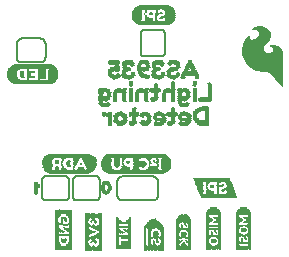
<source format=gbo>
G75*
%MOIN*%
%OFA0B0*%
%FSLAX25Y25*%
%IPPOS*%
%LPD*%
%AMOC8*
5,1,8,0,0,1.08239X$1,22.5*
%
%ADD10C,0.00800*%
%ADD11R,0.00157X0.13386*%
%ADD12R,0.00118X0.13386*%
%ADD13R,0.00118X0.02913*%
%ADD14R,0.00118X0.09646*%
%ADD15R,0.00157X0.02638*%
%ADD16R,0.00157X0.01102*%
%ADD17R,0.00157X0.01654*%
%ADD18R,0.00157X0.00551*%
%ADD19R,0.00118X0.02362*%
%ADD20R,0.00118X0.00709*%
%ADD21R,0.00118X0.01378*%
%ADD22R,0.00118X0.00433*%
%ADD23R,0.00157X0.02205*%
%ADD24R,0.00157X0.01220*%
%ADD25R,0.00157X0.00433*%
%ADD26R,0.00118X0.01929*%
%ADD27R,0.00118X0.00551*%
%ADD28R,0.00118X0.01220*%
%ADD29R,0.00118X0.02087*%
%ADD30R,0.00157X0.01929*%
%ADD31R,0.00118X0.01811*%
%ADD32R,0.00118X0.00945*%
%ADD33R,0.00157X0.00945*%
%ADD34R,0.00157X0.00709*%
%ADD35R,0.00157X0.00827*%
%ADD36R,0.00118X0.01654*%
%ADD37R,0.00118X0.02480*%
%ADD38R,0.00118X0.00827*%
%ADD39R,0.00118X0.00984*%
%ADD40R,0.00157X0.00669*%
%ADD41R,0.00157X0.01535*%
%ADD42R,0.00118X0.01535*%
%ADD43R,0.00118X0.02638*%
%ADD44R,0.00118X0.01260*%
%ADD45R,0.00157X0.00394*%
%ADD46R,0.00157X0.01378*%
%ADD47R,0.00118X0.00394*%
%ADD48R,0.00157X0.00157*%
%ADD49R,0.00157X0.00276*%
%ADD50R,0.00118X0.00276*%
%ADD51R,0.00118X0.00118*%
%ADD52R,0.00157X0.01260*%
%ADD53R,0.00118X0.01102*%
%ADD54R,0.00157X0.00984*%
%ADD55R,0.00157X0.01811*%
%ADD56R,0.00157X0.02087*%
%ADD57R,0.00118X0.02205*%
%ADD58R,0.00157X0.02480*%
%ADD59R,0.00157X0.01496*%
%ADD60R,0.00118X0.02756*%
%ADD61R,0.00118X0.00669*%
%ADD62R,0.00118X0.12283*%
%ADD63R,0.00118X0.12638*%
%ADD64R,0.00079X0.12874*%
%ADD65R,0.00157X0.13110*%
%ADD66R,0.00118X0.13228*%
%ADD67R,0.00118X0.13346*%
%ADD68R,0.00079X0.13465*%
%ADD69R,0.00118X0.07559*%
%ADD70R,0.00118X0.02598*%
%ADD71R,0.00157X0.02244*%
%ADD72R,0.00157X0.02008*%
%ADD73R,0.00157X0.00472*%
%ADD74R,0.00157X0.02126*%
%ADD75R,0.00118X0.02126*%
%ADD76R,0.00118X0.01772*%
%ADD77R,0.00118X0.00354*%
%ADD78R,0.00118X0.00591*%
%ADD79R,0.00118X0.01181*%
%ADD80R,0.00118X0.02008*%
%ADD81R,0.00118X0.02244*%
%ADD82R,0.00118X0.00472*%
%ADD83R,0.00118X0.01417*%
%ADD84R,0.00157X0.02362*%
%ADD85R,0.00157X0.01299*%
%ADD86R,0.00157X0.00354*%
%ADD87R,0.00118X0.01063*%
%ADD88R,0.00157X0.00591*%
%ADD89R,0.00118X0.01299*%
%ADD90R,0.00157X0.00118*%
%ADD91R,0.00118X0.00236*%
%ADD92R,0.00157X0.01417*%
%ADD93R,0.00157X0.01772*%
%ADD94R,0.00157X0.00236*%
%ADD95R,0.00118X0.01890*%
%ADD96R,0.00118X0.13465*%
%ADD97R,0.00118X0.13110*%
%ADD98R,0.00118X0.12874*%
%ADD99R,0.00157X0.12520*%
%ADD100R,0.00118X0.12520*%
%ADD101R,0.00118X0.06220*%
%ADD102R,0.00157X0.02047*%
%ADD103R,0.00118X0.02047*%
%ADD104R,0.00118X0.01496*%
%ADD105R,0.00118X0.03031*%
%ADD106R,0.00118X0.00157*%
%ADD107R,0.13386X0.00157*%
%ADD108R,0.14331X0.00157*%
%ADD109R,0.14961X0.00157*%
%ADD110R,0.15591X0.00157*%
%ADD111R,0.15906X0.00157*%
%ADD112R,0.16220X0.00157*%
%ADD113R,0.16535X0.00157*%
%ADD114R,0.16850X0.00157*%
%ADD115R,0.04409X0.00157*%
%ADD116R,0.02047X0.00157*%
%ADD117R,0.01732X0.00157*%
%ADD118R,0.03622X0.00157*%
%ADD119R,0.01417X0.00157*%
%ADD120R,0.03465X0.00157*%
%ADD121R,0.01890X0.00157*%
%ADD122R,0.01102X0.00157*%
%ADD123R,0.03307X0.00157*%
%ADD124R,0.00945X0.00157*%
%ADD125R,0.03150X0.00157*%
%ADD126R,0.00787X0.00157*%
%ADD127R,0.00630X0.00157*%
%ADD128R,0.04252X0.00157*%
%ADD129R,0.01575X0.00157*%
%ADD130R,0.01260X0.00157*%
%ADD131R,0.00472X0.00157*%
%ADD132R,0.04094X0.00157*%
%ADD133R,0.00315X0.00157*%
%ADD134R,0.03937X0.00157*%
%ADD135R,0.03780X0.00157*%
%ADD136R,0.02992X0.00157*%
%ADD137R,0.02677X0.00157*%
%ADD138R,0.02835X0.00157*%
%ADD139R,0.02205X0.00157*%
%ADD140R,0.02362X0.00157*%
%ADD141R,0.18740X0.00157*%
%ADD142R,0.19685X0.00157*%
%ADD143R,0.20315X0.00157*%
%ADD144R,0.20945X0.00157*%
%ADD145R,0.21260X0.00157*%
%ADD146R,0.21575X0.00157*%
%ADD147R,0.21890X0.00157*%
%ADD148R,0.04882X0.00157*%
%ADD149R,0.13071X0.00157*%
%ADD150R,0.02520X0.00157*%
%ADD151R,0.04567X0.00157*%
%ADD152R,0.09921X0.00157*%
%ADD153R,0.10866X0.00157*%
%ADD154R,0.11496X0.00157*%
%ADD155R,0.12126X0.00157*%
%ADD156R,0.12441X0.00157*%
%ADD157R,0.12756X0.00157*%
%ADD158R,0.08819X0.00157*%
%ADD159R,0.05197X0.00157*%
%ADD160R,0.00236X0.00236*%
%ADD161R,0.01654X0.00236*%
%ADD162R,0.01417X0.00236*%
%ADD163R,0.02362X0.00236*%
%ADD164R,0.01181X0.00236*%
%ADD165R,0.02598X0.00236*%
%ADD166R,0.03307X0.00236*%
%ADD167R,0.03071X0.00236*%
%ADD168R,0.03780X0.00236*%
%ADD169R,0.03543X0.00236*%
%ADD170R,0.01890X0.00236*%
%ADD171R,0.04016X0.00236*%
%ADD172R,0.02126X0.00236*%
%ADD173R,0.04252X0.00236*%
%ADD174R,0.00945X0.00236*%
%ADD175R,0.02835X0.00236*%
%ADD176R,0.00709X0.00236*%
%ADD177R,0.04724X0.00236*%
%ADD178R,0.00472X0.00236*%
%ADD179R,0.05197X0.00236*%
%ADD180R,0.05669X0.00236*%
%ADD181R,0.04488X0.00236*%
%ADD182R,0.04961X0.00236*%
%ADD183R,0.00118X0.10748*%
%ADD184R,0.00118X0.10630*%
%ADD185R,0.00079X0.10512*%
%ADD186R,0.00157X0.10394*%
%ADD187R,0.00118X0.10276*%
%ADD188R,0.00118X0.10157*%
%ADD189R,0.00079X0.10039*%
%ADD190R,0.00118X0.09921*%
%ADD191R,0.00157X0.01063*%
%ADD192R,0.00157X0.01181*%
%ADD193R,0.00118X0.10039*%
%ADD194R,0.00118X0.10394*%
%ADD195R,0.00118X0.10512*%
%ADD196R,0.00118X0.06969*%
%ADD197R,0.00118X0.03189*%
%ADD198R,0.00157X0.10748*%
%ADD199R,0.00118X0.10866*%
%ADD200R,0.00118X0.10984*%
%ADD201R,0.00079X0.11102*%
%ADD202R,0.00118X0.02835*%
%ADD203R,0.00118X0.02953*%
%ADD204R,0.00157X0.02598*%
%ADD205R,0.00157X0.01890*%
%ADD206R,0.00118X0.02717*%
%ADD207R,0.00157X0.02835*%
%ADD208R,0.00118X0.03661*%
%ADD209R,0.00157X0.03898*%
%ADD210R,0.00118X0.11102*%
%ADD211R,0.00157X0.07874*%
%ADD212R,0.00157X0.08031*%
%ADD213R,0.00157X0.08346*%
%ADD214R,0.00157X0.08504*%
%ADD215R,0.00157X0.01732*%
%ADD216R,0.00157X0.01575*%
%ADD217R,0.00157X0.09606*%
%ADD218R,0.00157X0.09764*%
%ADD219R,0.00157X0.09921*%
%ADD220R,0.00157X0.10079*%
%ADD221R,0.00157X0.04094*%
%ADD222R,0.00157X0.03780*%
%ADD223R,0.00157X0.03622*%
%ADD224R,0.00157X0.03465*%
%ADD225R,0.00157X0.00315*%
%ADD226R,0.00157X0.00787*%
%ADD227R,0.00157X0.00630*%
%ADD228R,0.00157X0.03307*%
%ADD229R,0.00157X0.03150*%
%ADD230R,0.00157X0.02520*%
%ADD231R,0.00157X0.02677*%
%ADD232R,0.00157X0.02992*%
%ADD233R,0.00157X0.08661*%
%ADD234R,0.14016X0.00157*%
%ADD235R,0.14646X0.00157*%
%ADD236R,0.15276X0.00157*%
%ADD237R,0.12283X0.00157*%
%ADD238R,0.08976X0.00157*%
%ADD239C,0.00300*%
D10*
X0127033Y0104100D02*
X0133833Y0104100D01*
X0133893Y0104102D01*
X0133954Y0104107D01*
X0134013Y0104116D01*
X0134072Y0104129D01*
X0134131Y0104145D01*
X0134188Y0104165D01*
X0134243Y0104188D01*
X0134298Y0104215D01*
X0134350Y0104244D01*
X0134401Y0104277D01*
X0134450Y0104313D01*
X0134496Y0104351D01*
X0134540Y0104393D01*
X0134582Y0104437D01*
X0134620Y0104483D01*
X0134656Y0104532D01*
X0134689Y0104583D01*
X0134718Y0104635D01*
X0134745Y0104690D01*
X0134768Y0104745D01*
X0134788Y0104802D01*
X0134804Y0104861D01*
X0134817Y0104920D01*
X0134826Y0104979D01*
X0134831Y0105040D01*
X0134833Y0105100D01*
X0134833Y0111100D01*
X0134831Y0111160D01*
X0134826Y0111221D01*
X0134817Y0111280D01*
X0134804Y0111339D01*
X0134788Y0111398D01*
X0134768Y0111455D01*
X0134745Y0111510D01*
X0134718Y0111565D01*
X0134689Y0111617D01*
X0134656Y0111668D01*
X0134620Y0111717D01*
X0134582Y0111763D01*
X0134540Y0111807D01*
X0134496Y0111849D01*
X0134450Y0111887D01*
X0134401Y0111923D01*
X0134350Y0111956D01*
X0134298Y0111985D01*
X0134243Y0112012D01*
X0134188Y0112035D01*
X0134131Y0112055D01*
X0134072Y0112071D01*
X0134013Y0112084D01*
X0133954Y0112093D01*
X0133893Y0112098D01*
X0133833Y0112100D01*
X0127033Y0112100D01*
X0126973Y0112098D01*
X0126912Y0112093D01*
X0126853Y0112084D01*
X0126794Y0112071D01*
X0126735Y0112055D01*
X0126678Y0112035D01*
X0126623Y0112012D01*
X0126568Y0111985D01*
X0126516Y0111956D01*
X0126465Y0111923D01*
X0126416Y0111887D01*
X0126370Y0111849D01*
X0126326Y0111807D01*
X0126284Y0111763D01*
X0126246Y0111717D01*
X0126210Y0111668D01*
X0126177Y0111617D01*
X0126148Y0111565D01*
X0126121Y0111510D01*
X0126098Y0111455D01*
X0126078Y0111398D01*
X0126062Y0111339D01*
X0126049Y0111280D01*
X0126040Y0111221D01*
X0126035Y0111160D01*
X0126033Y0111100D01*
X0126033Y0105100D01*
X0126035Y0105040D01*
X0126040Y0104979D01*
X0126049Y0104920D01*
X0126062Y0104861D01*
X0126078Y0104802D01*
X0126098Y0104745D01*
X0126121Y0104690D01*
X0126148Y0104635D01*
X0126177Y0104583D01*
X0126210Y0104532D01*
X0126246Y0104483D01*
X0126284Y0104437D01*
X0126326Y0104393D01*
X0126370Y0104351D01*
X0126416Y0104313D01*
X0126465Y0104277D01*
X0126516Y0104244D01*
X0126568Y0104215D01*
X0126623Y0104188D01*
X0126678Y0104165D01*
X0126735Y0104145D01*
X0126794Y0104129D01*
X0126853Y0104116D01*
X0126912Y0104107D01*
X0126973Y0104102D01*
X0127033Y0104100D01*
X0136333Y0105100D02*
X0136333Y0111100D01*
X0136335Y0111160D01*
X0136340Y0111221D01*
X0136349Y0111280D01*
X0136362Y0111339D01*
X0136378Y0111398D01*
X0136398Y0111455D01*
X0136421Y0111510D01*
X0136448Y0111565D01*
X0136477Y0111617D01*
X0136510Y0111668D01*
X0136546Y0111717D01*
X0136584Y0111763D01*
X0136626Y0111807D01*
X0136670Y0111849D01*
X0136716Y0111887D01*
X0136765Y0111923D01*
X0136816Y0111956D01*
X0136868Y0111985D01*
X0136923Y0112012D01*
X0136978Y0112035D01*
X0137035Y0112055D01*
X0137094Y0112071D01*
X0137153Y0112084D01*
X0137212Y0112093D01*
X0137273Y0112098D01*
X0137333Y0112100D01*
X0144133Y0112100D01*
X0144193Y0112098D01*
X0144254Y0112093D01*
X0144313Y0112084D01*
X0144372Y0112071D01*
X0144431Y0112055D01*
X0144488Y0112035D01*
X0144543Y0112012D01*
X0144598Y0111985D01*
X0144650Y0111956D01*
X0144701Y0111923D01*
X0144750Y0111887D01*
X0144796Y0111849D01*
X0144840Y0111807D01*
X0144882Y0111763D01*
X0144920Y0111717D01*
X0144956Y0111668D01*
X0144989Y0111617D01*
X0145018Y0111565D01*
X0145045Y0111510D01*
X0145068Y0111455D01*
X0145088Y0111398D01*
X0145104Y0111339D01*
X0145117Y0111280D01*
X0145126Y0111221D01*
X0145131Y0111160D01*
X0145133Y0111100D01*
X0145133Y0105100D01*
X0145131Y0105040D01*
X0145126Y0104979D01*
X0145117Y0104920D01*
X0145104Y0104861D01*
X0145088Y0104802D01*
X0145068Y0104745D01*
X0145045Y0104690D01*
X0145018Y0104635D01*
X0144989Y0104583D01*
X0144956Y0104532D01*
X0144920Y0104483D01*
X0144882Y0104437D01*
X0144840Y0104393D01*
X0144796Y0104351D01*
X0144750Y0104313D01*
X0144701Y0104277D01*
X0144650Y0104244D01*
X0144598Y0104215D01*
X0144543Y0104188D01*
X0144488Y0104165D01*
X0144431Y0104145D01*
X0144372Y0104129D01*
X0144313Y0104116D01*
X0144254Y0104107D01*
X0144193Y0104102D01*
X0144133Y0104100D01*
X0137333Y0104100D01*
X0137273Y0104102D01*
X0137212Y0104107D01*
X0137153Y0104116D01*
X0137094Y0104129D01*
X0137035Y0104145D01*
X0136978Y0104165D01*
X0136923Y0104188D01*
X0136868Y0104215D01*
X0136816Y0104244D01*
X0136765Y0104277D01*
X0136716Y0104313D01*
X0136670Y0104351D01*
X0136626Y0104393D01*
X0136584Y0104437D01*
X0136546Y0104483D01*
X0136510Y0104532D01*
X0136477Y0104583D01*
X0136448Y0104635D01*
X0136421Y0104690D01*
X0136398Y0104745D01*
X0136378Y0104802D01*
X0136362Y0104861D01*
X0136349Y0104920D01*
X0136340Y0104979D01*
X0136335Y0105040D01*
X0136333Y0105100D01*
X0151033Y0105800D02*
X0151033Y0110200D01*
X0151035Y0110283D01*
X0151041Y0110366D01*
X0151050Y0110449D01*
X0151064Y0110531D01*
X0151081Y0110612D01*
X0151102Y0110693D01*
X0151126Y0110772D01*
X0151155Y0110850D01*
X0151186Y0110927D01*
X0151222Y0111002D01*
X0151260Y0111076D01*
X0151303Y0111148D01*
X0151348Y0111217D01*
X0151397Y0111285D01*
X0151448Y0111350D01*
X0151503Y0111413D01*
X0151560Y0111473D01*
X0151620Y0111530D01*
X0151683Y0111585D01*
X0151748Y0111636D01*
X0151816Y0111685D01*
X0151885Y0111730D01*
X0151957Y0111773D01*
X0152031Y0111811D01*
X0152106Y0111847D01*
X0152183Y0111878D01*
X0152261Y0111907D01*
X0152340Y0111931D01*
X0152421Y0111952D01*
X0152502Y0111969D01*
X0152584Y0111983D01*
X0152667Y0111992D01*
X0152750Y0111998D01*
X0152833Y0112000D01*
X0162833Y0112000D01*
X0162916Y0111998D01*
X0162999Y0111992D01*
X0163082Y0111983D01*
X0163164Y0111969D01*
X0163245Y0111952D01*
X0163326Y0111931D01*
X0163405Y0111907D01*
X0163483Y0111878D01*
X0163560Y0111847D01*
X0163635Y0111811D01*
X0163709Y0111773D01*
X0163781Y0111730D01*
X0163850Y0111685D01*
X0163918Y0111636D01*
X0163983Y0111585D01*
X0164046Y0111530D01*
X0164106Y0111473D01*
X0164163Y0111413D01*
X0164218Y0111350D01*
X0164269Y0111285D01*
X0164318Y0111217D01*
X0164363Y0111148D01*
X0164406Y0111076D01*
X0164444Y0111002D01*
X0164480Y0110927D01*
X0164511Y0110850D01*
X0164540Y0110772D01*
X0164564Y0110693D01*
X0164585Y0110612D01*
X0164602Y0110531D01*
X0164616Y0110449D01*
X0164625Y0110366D01*
X0164631Y0110283D01*
X0164633Y0110200D01*
X0164633Y0105800D01*
X0164631Y0105717D01*
X0164625Y0105634D01*
X0164616Y0105551D01*
X0164602Y0105469D01*
X0164585Y0105388D01*
X0164564Y0105307D01*
X0164540Y0105228D01*
X0164511Y0105150D01*
X0164480Y0105073D01*
X0164444Y0104998D01*
X0164406Y0104924D01*
X0164363Y0104852D01*
X0164318Y0104783D01*
X0164269Y0104715D01*
X0164218Y0104650D01*
X0164163Y0104587D01*
X0164106Y0104527D01*
X0164046Y0104470D01*
X0163983Y0104415D01*
X0163918Y0104364D01*
X0163850Y0104315D01*
X0163781Y0104270D01*
X0163709Y0104227D01*
X0163635Y0104189D01*
X0163560Y0104153D01*
X0163483Y0104122D01*
X0163405Y0104093D01*
X0163326Y0104069D01*
X0163245Y0104048D01*
X0163164Y0104031D01*
X0163082Y0104017D01*
X0162999Y0104008D01*
X0162916Y0104002D01*
X0162833Y0104000D01*
X0152833Y0104000D01*
X0152750Y0104002D01*
X0152667Y0104008D01*
X0152584Y0104017D01*
X0152502Y0104031D01*
X0152421Y0104048D01*
X0152340Y0104069D01*
X0152261Y0104093D01*
X0152183Y0104122D01*
X0152106Y0104153D01*
X0152031Y0104189D01*
X0151957Y0104227D01*
X0151885Y0104270D01*
X0151816Y0104315D01*
X0151748Y0104364D01*
X0151683Y0104415D01*
X0151620Y0104470D01*
X0151560Y0104527D01*
X0151503Y0104587D01*
X0151448Y0104650D01*
X0151397Y0104715D01*
X0151348Y0104783D01*
X0151303Y0104852D01*
X0151260Y0104924D01*
X0151222Y0104998D01*
X0151186Y0105073D01*
X0151155Y0105150D01*
X0151126Y0105228D01*
X0151102Y0105307D01*
X0151081Y0105388D01*
X0151064Y0105469D01*
X0151050Y0105551D01*
X0151041Y0105634D01*
X0151035Y0105717D01*
X0151033Y0105800D01*
X0125333Y0150000D02*
X0119333Y0150000D01*
X0119250Y0150002D01*
X0119167Y0150008D01*
X0119084Y0150017D01*
X0119002Y0150031D01*
X0118921Y0150048D01*
X0118840Y0150069D01*
X0118761Y0150093D01*
X0118683Y0150122D01*
X0118606Y0150153D01*
X0118531Y0150189D01*
X0118457Y0150227D01*
X0118385Y0150270D01*
X0118316Y0150315D01*
X0118248Y0150364D01*
X0118183Y0150415D01*
X0118120Y0150470D01*
X0118060Y0150527D01*
X0118003Y0150587D01*
X0117948Y0150650D01*
X0117897Y0150715D01*
X0117848Y0150783D01*
X0117803Y0150852D01*
X0117760Y0150924D01*
X0117722Y0150998D01*
X0117686Y0151073D01*
X0117655Y0151150D01*
X0117626Y0151228D01*
X0117602Y0151307D01*
X0117581Y0151388D01*
X0117564Y0151469D01*
X0117550Y0151551D01*
X0117541Y0151634D01*
X0117535Y0151717D01*
X0117533Y0151800D01*
X0117533Y0156200D01*
X0117535Y0156283D01*
X0117541Y0156366D01*
X0117550Y0156449D01*
X0117564Y0156531D01*
X0117581Y0156612D01*
X0117602Y0156693D01*
X0117626Y0156772D01*
X0117655Y0156850D01*
X0117686Y0156927D01*
X0117722Y0157002D01*
X0117760Y0157076D01*
X0117803Y0157148D01*
X0117848Y0157217D01*
X0117897Y0157285D01*
X0117948Y0157350D01*
X0118003Y0157413D01*
X0118060Y0157473D01*
X0118120Y0157530D01*
X0118183Y0157585D01*
X0118248Y0157636D01*
X0118316Y0157685D01*
X0118385Y0157730D01*
X0118457Y0157773D01*
X0118531Y0157811D01*
X0118606Y0157847D01*
X0118683Y0157878D01*
X0118761Y0157907D01*
X0118840Y0157931D01*
X0118921Y0157952D01*
X0119002Y0157969D01*
X0119084Y0157983D01*
X0119167Y0157992D01*
X0119250Y0157998D01*
X0119333Y0158000D01*
X0125333Y0158000D01*
X0125416Y0157998D01*
X0125499Y0157992D01*
X0125582Y0157983D01*
X0125664Y0157969D01*
X0125745Y0157952D01*
X0125826Y0157931D01*
X0125905Y0157907D01*
X0125983Y0157878D01*
X0126060Y0157847D01*
X0126135Y0157811D01*
X0126209Y0157773D01*
X0126281Y0157730D01*
X0126350Y0157685D01*
X0126418Y0157636D01*
X0126483Y0157585D01*
X0126546Y0157530D01*
X0126606Y0157473D01*
X0126663Y0157413D01*
X0126718Y0157350D01*
X0126769Y0157285D01*
X0126818Y0157217D01*
X0126863Y0157148D01*
X0126906Y0157076D01*
X0126944Y0157002D01*
X0126980Y0156927D01*
X0127011Y0156850D01*
X0127040Y0156772D01*
X0127064Y0156693D01*
X0127085Y0156612D01*
X0127102Y0156531D01*
X0127116Y0156449D01*
X0127125Y0156366D01*
X0127131Y0156283D01*
X0127133Y0156200D01*
X0127133Y0151800D01*
X0127131Y0151717D01*
X0127125Y0151634D01*
X0127116Y0151551D01*
X0127102Y0151469D01*
X0127085Y0151388D01*
X0127064Y0151307D01*
X0127040Y0151228D01*
X0127011Y0151150D01*
X0126980Y0151073D01*
X0126944Y0150998D01*
X0126906Y0150924D01*
X0126863Y0150852D01*
X0126818Y0150783D01*
X0126769Y0150715D01*
X0126718Y0150650D01*
X0126663Y0150587D01*
X0126606Y0150527D01*
X0126546Y0150470D01*
X0126483Y0150415D01*
X0126418Y0150364D01*
X0126350Y0150315D01*
X0126281Y0150270D01*
X0126209Y0150227D01*
X0126135Y0150189D01*
X0126060Y0150153D01*
X0125983Y0150122D01*
X0125905Y0150093D01*
X0125826Y0150069D01*
X0125745Y0150048D01*
X0125664Y0150031D01*
X0125582Y0150017D01*
X0125499Y0150008D01*
X0125416Y0150002D01*
X0125333Y0150000D01*
X0158833Y0153100D02*
X0158833Y0159900D01*
X0158835Y0159960D01*
X0158840Y0160021D01*
X0158849Y0160080D01*
X0158862Y0160139D01*
X0158878Y0160198D01*
X0158898Y0160255D01*
X0158921Y0160310D01*
X0158948Y0160365D01*
X0158977Y0160417D01*
X0159010Y0160468D01*
X0159046Y0160517D01*
X0159084Y0160563D01*
X0159126Y0160607D01*
X0159170Y0160649D01*
X0159216Y0160687D01*
X0159265Y0160723D01*
X0159316Y0160756D01*
X0159368Y0160785D01*
X0159423Y0160812D01*
X0159478Y0160835D01*
X0159535Y0160855D01*
X0159594Y0160871D01*
X0159653Y0160884D01*
X0159712Y0160893D01*
X0159773Y0160898D01*
X0159833Y0160900D01*
X0165833Y0160900D01*
X0165893Y0160898D01*
X0165954Y0160893D01*
X0166013Y0160884D01*
X0166072Y0160871D01*
X0166131Y0160855D01*
X0166188Y0160835D01*
X0166243Y0160812D01*
X0166298Y0160785D01*
X0166350Y0160756D01*
X0166401Y0160723D01*
X0166450Y0160687D01*
X0166496Y0160649D01*
X0166540Y0160607D01*
X0166582Y0160563D01*
X0166620Y0160517D01*
X0166656Y0160468D01*
X0166689Y0160417D01*
X0166718Y0160365D01*
X0166745Y0160310D01*
X0166768Y0160255D01*
X0166788Y0160198D01*
X0166804Y0160139D01*
X0166817Y0160080D01*
X0166826Y0160021D01*
X0166831Y0159960D01*
X0166833Y0159900D01*
X0166833Y0153100D01*
X0166831Y0153040D01*
X0166826Y0152979D01*
X0166817Y0152920D01*
X0166804Y0152861D01*
X0166788Y0152802D01*
X0166768Y0152745D01*
X0166745Y0152690D01*
X0166718Y0152635D01*
X0166689Y0152583D01*
X0166656Y0152532D01*
X0166620Y0152483D01*
X0166582Y0152437D01*
X0166540Y0152393D01*
X0166496Y0152351D01*
X0166450Y0152313D01*
X0166401Y0152277D01*
X0166350Y0152244D01*
X0166298Y0152215D01*
X0166243Y0152188D01*
X0166188Y0152165D01*
X0166131Y0152145D01*
X0166072Y0152129D01*
X0166013Y0152116D01*
X0165954Y0152107D01*
X0165893Y0152102D01*
X0165833Y0152100D01*
X0159833Y0152100D01*
X0159773Y0152102D01*
X0159712Y0152107D01*
X0159653Y0152116D01*
X0159594Y0152129D01*
X0159535Y0152145D01*
X0159478Y0152165D01*
X0159423Y0152188D01*
X0159368Y0152215D01*
X0159316Y0152244D01*
X0159265Y0152277D01*
X0159216Y0152313D01*
X0159170Y0152351D01*
X0159126Y0152393D01*
X0159084Y0152437D01*
X0159046Y0152483D01*
X0159010Y0152532D01*
X0158977Y0152583D01*
X0158948Y0152635D01*
X0158921Y0152690D01*
X0158898Y0152745D01*
X0158878Y0152802D01*
X0158862Y0152861D01*
X0158849Y0152920D01*
X0158840Y0152979D01*
X0158835Y0153040D01*
X0158833Y0153100D01*
D11*
X0136089Y0094154D03*
X0135814Y0094154D03*
X0135538Y0094154D03*
X0135262Y0094154D03*
X0131404Y0094154D03*
X0131129Y0094154D03*
X0130853Y0094154D03*
X0130577Y0094154D03*
D12*
X0130715Y0094154D03*
X0130991Y0094154D03*
X0131266Y0094154D03*
X0135400Y0094154D03*
X0135676Y0094154D03*
X0135951Y0094154D03*
D13*
X0131542Y0099390D03*
X0135125Y0088917D03*
D14*
X0131542Y0092283D03*
D15*
X0131680Y0088780D03*
X0132782Y0097047D03*
X0131680Y0099528D03*
D16*
X0134160Y0097539D03*
X0131680Y0096161D03*
X0134711Y0094232D03*
X0132231Y0093957D03*
X0132782Y0090650D03*
X0142782Y0091421D03*
X0143885Y0090043D03*
X0142782Y0093350D03*
X0143885Y0096933D03*
D17*
X0143885Y0098862D03*
X0144711Y0098862D03*
X0142507Y0098862D03*
X0142231Y0098862D03*
X0134160Y0100020D03*
X0133885Y0100020D03*
X0132782Y0100020D03*
X0132507Y0100020D03*
X0131680Y0094075D03*
X0132507Y0088287D03*
X0134160Y0088287D03*
X0142231Y0087996D03*
X0143058Y0087996D03*
X0143609Y0087996D03*
X0144711Y0087996D03*
X0142231Y0093350D03*
X0151916Y0096874D03*
X0154751Y0096874D03*
X0172861Y0095012D03*
X0181916Y0091843D03*
X0182861Y0092669D03*
X0183806Y0093850D03*
X0191916Y0092551D03*
X0193333Y0093969D03*
D18*
X0142507Y0095280D03*
X0142231Y0095437D03*
X0141955Y0095555D03*
X0142231Y0091421D03*
X0141955Y0091303D03*
X0134987Y0092303D03*
X0133885Y0094508D03*
X0133058Y0096004D03*
X0132231Y0096004D03*
X0131955Y0096004D03*
X0131680Y0092303D03*
D19*
X0131818Y0088642D03*
X0131818Y0099665D03*
X0152526Y0089079D03*
X0152605Y0089079D03*
X0152723Y0089079D03*
X0152999Y0089079D03*
X0153117Y0089079D03*
X0153196Y0089079D03*
X0153471Y0089079D03*
X0153550Y0089079D03*
X0153668Y0089079D03*
X0153944Y0089079D03*
X0154062Y0089079D03*
X0154140Y0089079D03*
X0154416Y0089079D03*
X0154495Y0089079D03*
X0154613Y0089079D03*
X0173471Y0088752D03*
X0181778Y0091843D03*
X0174613Y0097728D03*
X0174495Y0097846D03*
X0174416Y0097846D03*
X0182526Y0100346D03*
X0182605Y0100346D03*
X0184062Y0100346D03*
X0184140Y0100346D03*
X0192526Y0100346D03*
X0192605Y0100346D03*
X0194062Y0100346D03*
X0194140Y0100346D03*
X0191778Y0092551D03*
D20*
X0192605Y0093969D03*
X0192251Y0095386D03*
X0192723Y0097512D03*
X0194062Y0097984D03*
X0194062Y0096921D03*
X0194495Y0095386D03*
X0194140Y0093969D03*
X0193471Y0092079D03*
X0192605Y0091016D03*
X0192605Y0089953D03*
X0192526Y0089953D03*
X0192054Y0089953D03*
X0193196Y0089953D03*
X0184140Y0093260D03*
X0183471Y0094323D03*
X0182605Y0093260D03*
X0182526Y0092079D03*
X0182605Y0090425D03*
X0174613Y0090169D03*
X0174495Y0090169D03*
X0172133Y0090169D03*
X0172526Y0094421D03*
X0172605Y0095602D03*
X0174140Y0095602D03*
X0182723Y0097512D03*
X0184062Y0097984D03*
X0184062Y0096921D03*
X0154140Y0093921D03*
X0154062Y0093921D03*
X0152605Y0093449D03*
X0152723Y0096520D03*
X0153944Y0096520D03*
X0143196Y0093429D03*
X0142644Y0091500D03*
X0141818Y0091224D03*
X0141818Y0095634D03*
X0134298Y0097461D03*
X0131818Y0096083D03*
X0134022Y0094429D03*
D21*
X0131818Y0094094D03*
X0133747Y0097677D03*
X0133471Y0090512D03*
X0133196Y0090512D03*
X0144298Y0091992D03*
X0144298Y0094866D03*
D22*
X0142093Y0095496D03*
X0142093Y0091362D03*
X0134849Y0092362D03*
X0134573Y0092362D03*
X0134298Y0092362D03*
X0134022Y0092362D03*
X0133747Y0092362D03*
X0133471Y0092362D03*
X0133196Y0092362D03*
X0132920Y0092362D03*
X0132644Y0092362D03*
X0132369Y0092362D03*
X0132093Y0092362D03*
X0131818Y0092362D03*
X0133747Y0094567D03*
X0133747Y0095945D03*
X0134022Y0095945D03*
X0134298Y0095945D03*
X0134573Y0095945D03*
X0133471Y0095945D03*
X0133196Y0095945D03*
D23*
X0131955Y0099744D03*
X0144987Y0094886D03*
X0144987Y0091972D03*
X0131955Y0088563D03*
X0162388Y0088449D03*
X0163806Y0088449D03*
X0163491Y0092543D03*
D24*
X0143885Y0094945D03*
X0131955Y0094016D03*
D25*
X0131955Y0092362D03*
X0132231Y0092362D03*
X0132507Y0092362D03*
X0132782Y0092362D03*
X0133058Y0092362D03*
X0133333Y0092362D03*
X0133609Y0092362D03*
X0133885Y0092362D03*
X0134160Y0092362D03*
X0134436Y0092362D03*
X0134711Y0092362D03*
X0134711Y0095945D03*
X0134436Y0095945D03*
X0134160Y0095945D03*
X0133885Y0095945D03*
X0133609Y0095945D03*
X0133333Y0095945D03*
D26*
X0132093Y0099882D03*
X0134573Y0099882D03*
X0141818Y0098724D03*
X0144849Y0094866D03*
X0144849Y0091992D03*
X0143471Y0091283D03*
X0141818Y0088134D03*
X0134573Y0088425D03*
D27*
X0134298Y0090925D03*
X0132920Y0093681D03*
X0132369Y0096004D03*
X0132093Y0096004D03*
X0134849Y0096004D03*
X0142369Y0091421D03*
X0142644Y0095280D03*
D28*
X0144022Y0094945D03*
X0144022Y0091913D03*
X0134022Y0097598D03*
X0132093Y0094016D03*
D29*
X0132093Y0088504D03*
D30*
X0132231Y0088425D03*
X0143333Y0088134D03*
X0144987Y0088134D03*
X0143333Y0091283D03*
X0142782Y0098724D03*
X0144987Y0098724D03*
X0132231Y0099882D03*
D31*
X0132369Y0099941D03*
X0134298Y0099941D03*
X0142093Y0093429D03*
X0143196Y0091224D03*
X0134298Y0088366D03*
X0132369Y0088366D03*
D32*
X0132369Y0093878D03*
X0142920Y0093429D03*
X0152251Y0093567D03*
X0154416Y0093803D03*
X0154140Y0096638D03*
X0152526Y0096638D03*
X0172133Y0094185D03*
X0173944Y0095720D03*
X0174888Y0091705D03*
X0172054Y0090169D03*
X0182133Y0091843D03*
X0183117Y0092315D03*
X0183944Y0093378D03*
X0183550Y0094205D03*
X0184888Y0094323D03*
X0192054Y0095268D03*
X0194062Y0093969D03*
X0193550Y0091961D03*
X0193944Y0091134D03*
X0194888Y0090071D03*
D33*
X0174751Y0090169D03*
X0164751Y0090339D03*
X0162546Y0091598D03*
X0152388Y0093567D03*
X0143058Y0093429D03*
X0141680Y0091224D03*
X0142782Y0090122D03*
X0141680Y0095634D03*
X0142782Y0097012D03*
X0133058Y0098012D03*
X0132507Y0097461D03*
D34*
X0132507Y0096083D03*
X0134160Y0094429D03*
X0142507Y0091500D03*
X0143333Y0093429D03*
X0174751Y0091587D03*
X0184751Y0094323D03*
X0192388Y0092433D03*
X0194751Y0089953D03*
D35*
X0191916Y0090012D03*
X0182388Y0092020D03*
X0181916Y0094382D03*
X0172388Y0094362D03*
X0171916Y0091646D03*
X0154278Y0093862D03*
X0134987Y0096024D03*
X0133609Y0098071D03*
X0133333Y0098071D03*
X0132507Y0093819D03*
X0132507Y0090787D03*
D36*
X0132644Y0088287D03*
X0134022Y0088287D03*
X0142093Y0087996D03*
X0142920Y0087996D03*
X0143471Y0087996D03*
X0142920Y0091146D03*
X0135125Y0094075D03*
X0134022Y0100020D03*
X0132644Y0100020D03*
X0142093Y0098862D03*
X0142369Y0098862D03*
X0142644Y0098862D03*
X0154888Y0091677D03*
X0171778Y0088398D03*
X0172605Y0088398D03*
X0174140Y0088398D03*
X0182251Y0088417D03*
X0184416Y0088417D03*
X0193196Y0093969D03*
X0193471Y0093969D03*
X0193550Y0093969D03*
D37*
X0193550Y0100406D03*
X0193471Y0100406D03*
X0193668Y0100406D03*
X0193944Y0100406D03*
X0193196Y0100406D03*
X0193117Y0100406D03*
X0192999Y0100406D03*
X0192723Y0100406D03*
X0183944Y0100406D03*
X0183668Y0100406D03*
X0183550Y0100406D03*
X0183471Y0100406D03*
X0183196Y0100406D03*
X0183117Y0100406D03*
X0182999Y0100406D03*
X0182723Y0100406D03*
X0174140Y0097906D03*
X0174062Y0097906D03*
X0172605Y0097906D03*
X0172526Y0097906D03*
X0172251Y0097787D03*
X0172133Y0097787D03*
X0172054Y0097669D03*
X0171778Y0094126D03*
X0154888Y0089138D03*
X0141542Y0088409D03*
X0132644Y0096969D03*
X0141542Y0098449D03*
X0142920Y0098449D03*
X0143196Y0098449D03*
X0143471Y0098449D03*
D38*
X0142920Y0095299D03*
X0152605Y0096579D03*
X0154062Y0096579D03*
X0152526Y0093508D03*
X0134298Y0094370D03*
X0132644Y0093819D03*
X0133196Y0098071D03*
X0133471Y0098071D03*
X0172251Y0094244D03*
X0172605Y0094480D03*
X0173117Y0094717D03*
X0174062Y0095661D03*
X0174495Y0094244D03*
X0172605Y0092709D03*
X0182251Y0091902D03*
X0182605Y0092138D03*
X0184062Y0093319D03*
X0184495Y0091902D03*
X0192251Y0092492D03*
X0194495Y0092492D03*
X0194062Y0091075D03*
X0194613Y0095327D03*
X0192133Y0095327D03*
X0192605Y0097453D03*
X0182605Y0097453D03*
D39*
X0144022Y0096874D03*
X0142644Y0096874D03*
X0142644Y0089984D03*
X0144022Y0089984D03*
X0132644Y0090709D03*
D40*
X0132782Y0093740D03*
X0142507Y0096874D03*
X0142782Y0095220D03*
X0142507Y0089984D03*
D41*
X0133885Y0088228D03*
X0133609Y0088228D03*
X0133333Y0088228D03*
X0133058Y0088228D03*
X0132782Y0088228D03*
X0133058Y0100079D03*
X0133333Y0100079D03*
X0133609Y0100079D03*
X0171916Y0088339D03*
X0174278Y0088339D03*
X0182388Y0088358D03*
X0184278Y0088358D03*
X0183333Y0090366D03*
D42*
X0183196Y0090366D03*
X0183117Y0090366D03*
X0183471Y0090366D03*
X0183550Y0090366D03*
X0183668Y0090366D03*
X0182526Y0088358D03*
X0174888Y0088339D03*
X0172526Y0088339D03*
X0182133Y0097453D03*
X0192133Y0097453D03*
X0192999Y0090366D03*
X0133747Y0088228D03*
X0133471Y0088228D03*
X0133196Y0088228D03*
X0132920Y0088228D03*
X0132920Y0100079D03*
X0133196Y0100079D03*
X0133471Y0100079D03*
X0133747Y0100079D03*
D43*
X0132920Y0097047D03*
X0143747Y0091087D03*
X0145125Y0091913D03*
X0145125Y0094945D03*
D44*
X0142644Y0093429D03*
X0134849Y0094154D03*
X0133747Y0090571D03*
X0132920Y0090571D03*
D45*
X0133058Y0093602D03*
X0143609Y0093429D03*
D46*
X0142507Y0093370D03*
X0143885Y0091835D03*
X0144160Y0091992D03*
X0144160Y0094866D03*
X0143333Y0095299D03*
X0133885Y0097677D03*
X0133609Y0090512D03*
X0133333Y0090512D03*
X0133058Y0090512D03*
D47*
X0133196Y0093602D03*
X0142369Y0095358D03*
X0143471Y0093429D03*
D48*
X0143885Y0093429D03*
X0133333Y0094705D03*
X0124860Y0108057D03*
X0123915Y0109947D03*
X0138885Y0116257D03*
X0161796Y0115685D03*
X0161796Y0115528D03*
X0161796Y0115370D03*
D49*
X0133609Y0094646D03*
X0133333Y0093543D03*
D50*
X0133471Y0094646D03*
X0142369Y0096795D03*
X0142369Y0089906D03*
D51*
X0133471Y0093465D03*
X0153471Y0093154D03*
X0173944Y0090465D03*
X0183117Y0097453D03*
X0193117Y0097453D03*
D52*
X0163333Y0092858D03*
X0160814Y0095378D03*
X0143609Y0095083D03*
X0133885Y0090571D03*
D53*
X0134022Y0090650D03*
X0134573Y0094232D03*
X0135125Y0096161D03*
X0143196Y0095280D03*
X0143471Y0095161D03*
X0143747Y0095004D03*
D54*
X0143058Y0095220D03*
X0144160Y0096874D03*
X0144160Y0089984D03*
X0134160Y0090709D03*
X0134436Y0094291D03*
D55*
X0134436Y0099941D03*
X0141955Y0093429D03*
X0143058Y0091224D03*
X0144711Y0092051D03*
X0144711Y0094807D03*
X0134436Y0088366D03*
D56*
X0134711Y0088504D03*
X0143609Y0091362D03*
X0134711Y0099803D03*
D57*
X0134849Y0099744D03*
X0145125Y0098587D03*
X0145125Y0088272D03*
X0134849Y0088563D03*
D58*
X0134987Y0088701D03*
X0134987Y0099606D03*
X0143058Y0098449D03*
X0143333Y0098449D03*
X0143609Y0098449D03*
X0172388Y0097906D03*
X0182861Y0100406D03*
X0183333Y0100406D03*
X0183806Y0100406D03*
X0192861Y0100406D03*
X0193333Y0100406D03*
X0193806Y0100406D03*
D59*
X0144436Y0098941D03*
X0144160Y0098941D03*
X0144436Y0094807D03*
X0144436Y0092051D03*
X0144436Y0087917D03*
X0144160Y0087917D03*
X0143885Y0087917D03*
X0142782Y0087917D03*
X0142507Y0087917D03*
X0134987Y0094154D03*
D60*
X0135125Y0099469D03*
D61*
X0135125Y0092362D03*
X0144298Y0089984D03*
X0144298Y0096874D03*
D62*
X0180991Y0093732D03*
X0185676Y0093732D03*
X0190991Y0093732D03*
X0195676Y0093732D03*
D63*
X0195558Y0093909D03*
X0191109Y0093909D03*
X0185558Y0093909D03*
X0181109Y0093909D03*
D64*
X0181207Y0094028D03*
X0191207Y0094028D03*
D65*
X0191325Y0094146D03*
X0181325Y0094146D03*
D66*
X0181463Y0094205D03*
X0185243Y0094205D03*
X0191463Y0094205D03*
X0195243Y0094205D03*
D67*
X0195125Y0094264D03*
X0191581Y0094264D03*
X0185125Y0094264D03*
X0181581Y0094264D03*
D68*
X0181680Y0094323D03*
X0191680Y0094323D03*
D69*
X0181778Y0097394D03*
D70*
X0174888Y0097492D03*
X0173117Y0097965D03*
X0172999Y0097965D03*
X0172723Y0097965D03*
X0181778Y0088890D03*
D71*
X0181916Y0100169D03*
X0184751Y0100169D03*
X0191916Y0100169D03*
X0194751Y0100169D03*
D72*
X0194751Y0097453D03*
X0191916Y0097453D03*
X0184751Y0097453D03*
X0181916Y0097453D03*
X0172861Y0092354D03*
X0173806Y0088575D03*
X0184751Y0088594D03*
D73*
X0192861Y0092315D03*
X0193333Y0092197D03*
X0194278Y0092433D03*
X0194278Y0095504D03*
X0193806Y0096803D03*
X0193806Y0098102D03*
X0184751Y0095622D03*
X0183806Y0096803D03*
X0183806Y0098102D03*
X0181916Y0095622D03*
X0174278Y0090287D03*
X0172388Y0090287D03*
X0165381Y0091520D03*
X0164908Y0091677D03*
X0163176Y0091677D03*
X0162861Y0091520D03*
X0162703Y0091520D03*
X0154751Y0095220D03*
X0153806Y0094039D03*
X0151916Y0095220D03*
X0153333Y0096402D03*
X0152388Y0092150D03*
D74*
X0173333Y0092413D03*
X0173806Y0092413D03*
X0181916Y0088654D03*
D75*
X0173668Y0088634D03*
X0173117Y0088634D03*
X0173117Y0092413D03*
X0173196Y0092413D03*
X0172999Y0092413D03*
X0173471Y0092413D03*
X0173550Y0092413D03*
X0173668Y0092413D03*
X0182054Y0100228D03*
X0184613Y0100228D03*
X0184888Y0100110D03*
X0192054Y0100228D03*
X0194613Y0100228D03*
X0194888Y0100110D03*
D76*
X0194613Y0097453D03*
X0194495Y0097453D03*
X0194416Y0097453D03*
X0194140Y0097453D03*
X0192054Y0097453D03*
X0194888Y0092492D03*
X0192723Y0090484D03*
X0184495Y0088476D03*
X0182133Y0088476D03*
X0182723Y0092728D03*
X0182054Y0097453D03*
X0184140Y0097453D03*
X0184416Y0097453D03*
X0184495Y0097453D03*
X0184613Y0097453D03*
X0172723Y0095071D03*
X0172723Y0088457D03*
X0174062Y0088457D03*
X0154888Y0096933D03*
X0144849Y0098803D03*
X0144849Y0088055D03*
X0143196Y0088055D03*
D77*
X0152054Y0092209D03*
X0152133Y0092209D03*
X0152251Y0092209D03*
X0153117Y0093272D03*
X0153550Y0094098D03*
X0153668Y0094098D03*
X0153668Y0095161D03*
X0153550Y0095161D03*
X0153471Y0095161D03*
X0153196Y0095161D03*
X0153117Y0095161D03*
X0152999Y0095161D03*
X0152723Y0095161D03*
X0152605Y0095161D03*
X0152526Y0095161D03*
X0152251Y0095161D03*
X0152133Y0095161D03*
X0153944Y0095161D03*
X0154062Y0095161D03*
X0154140Y0095161D03*
X0154416Y0095161D03*
X0154495Y0095161D03*
X0154613Y0095161D03*
X0172133Y0091528D03*
X0172526Y0091528D03*
X0172526Y0090346D03*
X0172605Y0090346D03*
X0174140Y0090346D03*
X0174140Y0091528D03*
X0174613Y0091528D03*
X0173944Y0094362D03*
X0173668Y0094362D03*
X0173471Y0094480D03*
X0182054Y0095563D03*
X0182133Y0095563D03*
X0182251Y0095563D03*
X0182526Y0095563D03*
X0182605Y0095563D03*
X0182723Y0095563D03*
X0182999Y0095563D03*
X0183117Y0095563D03*
X0183196Y0095563D03*
X0183471Y0095563D03*
X0183550Y0095563D03*
X0183668Y0095563D03*
X0183944Y0095563D03*
X0184062Y0095563D03*
X0184140Y0095563D03*
X0184416Y0095563D03*
X0184495Y0095563D03*
X0184613Y0095563D03*
X0184495Y0094500D03*
X0184416Y0094500D03*
X0184140Y0094500D03*
X0184062Y0094500D03*
X0183117Y0094500D03*
X0182999Y0094500D03*
X0182723Y0094500D03*
X0182605Y0094500D03*
X0182526Y0094500D03*
X0183550Y0096744D03*
X0183668Y0096744D03*
X0182999Y0097453D03*
X0183668Y0098161D03*
X0183471Y0092138D03*
X0183668Y0092020D03*
X0183944Y0092020D03*
X0184062Y0092020D03*
X0192526Y0091075D03*
X0192999Y0092256D03*
X0193117Y0092256D03*
X0192723Y0092374D03*
X0192605Y0092374D03*
X0192605Y0095563D03*
X0192723Y0095563D03*
X0193944Y0095563D03*
X0194062Y0095563D03*
X0193668Y0096744D03*
X0193550Y0096744D03*
X0192999Y0097453D03*
X0193668Y0098161D03*
X0193668Y0089776D03*
X0193944Y0089776D03*
X0194062Y0089776D03*
X0194140Y0089776D03*
D78*
X0194613Y0089894D03*
X0194140Y0091075D03*
X0193944Y0092256D03*
X0194416Y0092492D03*
X0192526Y0092374D03*
X0194416Y0095445D03*
X0193944Y0096862D03*
X0193944Y0098043D03*
X0183944Y0098043D03*
X0183944Y0096862D03*
X0182054Y0094382D03*
X0183196Y0092256D03*
X0184416Y0091902D03*
X0184140Y0090366D03*
X0174416Y0090228D03*
X0172251Y0090228D03*
X0172723Y0091646D03*
X0174140Y0092709D03*
X0174416Y0094244D03*
X0173196Y0094598D03*
X0153944Y0093980D03*
X0152723Y0093390D03*
X0192133Y0089894D03*
X0192251Y0089894D03*
D79*
X0193944Y0093969D03*
X0182054Y0091843D03*
X0174613Y0094185D03*
X0172723Y0092650D03*
X0154416Y0096756D03*
X0152251Y0096756D03*
X0152054Y0093685D03*
X0152054Y0088488D03*
X0152133Y0088488D03*
X0152251Y0088488D03*
D80*
X0172999Y0088575D03*
X0173944Y0092354D03*
X0182054Y0088594D03*
X0184888Y0097453D03*
X0194888Y0097453D03*
D81*
X0194495Y0100287D03*
X0194416Y0100287D03*
X0192251Y0100287D03*
X0192133Y0100287D03*
X0184495Y0100287D03*
X0184416Y0100287D03*
X0182251Y0100287D03*
X0182133Y0100287D03*
X0184888Y0088713D03*
X0173550Y0088693D03*
X0173196Y0088693D03*
D82*
X0172605Y0091587D03*
X0172054Y0091587D03*
X0174062Y0091587D03*
X0174062Y0094303D03*
X0174140Y0094303D03*
X0172526Y0095602D03*
X0182133Y0094441D03*
X0182251Y0094441D03*
X0183196Y0094441D03*
X0183944Y0094441D03*
X0184613Y0094441D03*
X0184888Y0095622D03*
X0182526Y0093260D03*
X0184140Y0091961D03*
X0193196Y0092197D03*
X0194062Y0092315D03*
X0194140Y0092433D03*
X0194140Y0095504D03*
X0192526Y0095504D03*
X0193471Y0089835D03*
X0193550Y0089835D03*
X0194416Y0089835D03*
X0194495Y0089835D03*
X0154888Y0095220D03*
X0153668Y0096402D03*
X0153550Y0096402D03*
X0153471Y0096402D03*
X0153196Y0096402D03*
X0153117Y0096402D03*
X0152999Y0096402D03*
X0152054Y0095220D03*
X0152999Y0093331D03*
D83*
X0152999Y0091677D03*
X0153117Y0091677D03*
X0153196Y0091677D03*
X0153471Y0091677D03*
X0153550Y0091677D03*
X0153668Y0091677D03*
X0153944Y0091677D03*
X0154062Y0091677D03*
X0154140Y0091677D03*
X0154416Y0091677D03*
X0154495Y0091677D03*
X0154613Y0091677D03*
X0152723Y0091677D03*
X0152605Y0091677D03*
X0152526Y0091677D03*
X0154888Y0093685D03*
X0154613Y0096874D03*
X0152054Y0096874D03*
X0172999Y0094894D03*
X0172251Y0088280D03*
X0172133Y0088280D03*
X0172054Y0088280D03*
X0174416Y0088280D03*
X0174495Y0088280D03*
X0174613Y0088280D03*
X0182605Y0088299D03*
X0182723Y0088299D03*
X0183944Y0088299D03*
X0184062Y0088299D03*
X0184140Y0088299D03*
X0182999Y0090425D03*
X0182999Y0092551D03*
X0183668Y0093969D03*
X0182251Y0097512D03*
X0192251Y0097512D03*
X0192999Y0093969D03*
X0193117Y0093969D03*
X0193668Y0093969D03*
X0193668Y0091724D03*
X0194888Y0088299D03*
D84*
X0194278Y0100346D03*
X0192388Y0100346D03*
X0184278Y0100346D03*
X0182388Y0100346D03*
X0174278Y0097965D03*
X0165381Y0095299D03*
X0165223Y0095457D03*
X0165066Y0095614D03*
X0165696Y0088528D03*
X0173333Y0088752D03*
X0154751Y0089079D03*
X0154278Y0089079D03*
X0153806Y0089079D03*
X0153333Y0089079D03*
X0152861Y0089079D03*
D85*
X0152388Y0088547D03*
X0151916Y0088547D03*
X0182861Y0088240D03*
X0183333Y0088240D03*
X0183806Y0088240D03*
X0182861Y0090366D03*
X0182388Y0097453D03*
X0191916Y0095209D03*
X0192388Y0097453D03*
X0194751Y0092492D03*
X0194751Y0088240D03*
X0194278Y0088240D03*
X0193806Y0088240D03*
X0193333Y0088240D03*
X0192861Y0088240D03*
X0192388Y0088240D03*
D86*
X0193806Y0089776D03*
X0194278Y0089776D03*
X0192861Y0095563D03*
X0184278Y0095563D03*
X0183806Y0095563D03*
X0183333Y0095563D03*
X0182861Y0095563D03*
X0182388Y0095563D03*
X0182388Y0094500D03*
X0182861Y0094500D03*
X0183333Y0092138D03*
X0183806Y0092020D03*
X0174278Y0091528D03*
X0173806Y0094362D03*
X0173333Y0094480D03*
X0154278Y0095161D03*
X0153806Y0095161D03*
X0153333Y0095161D03*
X0152861Y0095161D03*
X0152388Y0095161D03*
X0151916Y0092209D03*
D87*
X0152133Y0093626D03*
X0154495Y0093744D03*
X0154613Y0093744D03*
X0174062Y0092709D03*
X0174888Y0090110D03*
X0182723Y0090366D03*
X0184062Y0090366D03*
X0184613Y0091902D03*
X0192133Y0092492D03*
X0192723Y0094028D03*
X0194613Y0092492D03*
X0193117Y0090130D03*
X0192526Y0097453D03*
X0182526Y0097453D03*
D88*
X0182861Y0097453D03*
X0183333Y0094382D03*
X0184278Y0091902D03*
X0192388Y0089894D03*
X0193333Y0089894D03*
X0192388Y0095445D03*
X0192861Y0097453D03*
X0174278Y0094244D03*
X0153806Y0096461D03*
X0152861Y0096461D03*
X0152861Y0093390D03*
D89*
X0152133Y0096815D03*
X0154495Y0096815D03*
X0172054Y0094126D03*
X0182999Y0088240D03*
X0183117Y0088240D03*
X0183196Y0088240D03*
X0183471Y0088240D03*
X0183550Y0088240D03*
X0183668Y0088240D03*
X0183944Y0090366D03*
X0192054Y0088240D03*
X0192133Y0088240D03*
X0192251Y0088240D03*
X0192526Y0088240D03*
X0192605Y0088240D03*
X0192723Y0088240D03*
X0192999Y0088240D03*
X0193117Y0088240D03*
X0193196Y0088240D03*
X0193471Y0088240D03*
X0193550Y0088240D03*
X0193668Y0088240D03*
X0193944Y0088240D03*
X0194062Y0088240D03*
X0194140Y0088240D03*
X0194416Y0088240D03*
X0194495Y0088240D03*
X0194613Y0088240D03*
X0192054Y0092492D03*
X0194888Y0095209D03*
D90*
X0193333Y0096626D03*
X0193333Y0098280D03*
X0183333Y0098280D03*
X0183333Y0096626D03*
X0172861Y0090465D03*
X0153333Y0094217D03*
D91*
X0153471Y0094157D03*
X0153196Y0093213D03*
X0172251Y0091469D03*
X0172723Y0090406D03*
X0174062Y0090406D03*
X0174416Y0091469D03*
X0174495Y0091469D03*
X0173550Y0094421D03*
X0183471Y0096685D03*
X0183471Y0098220D03*
X0183550Y0098220D03*
X0183550Y0092079D03*
X0192999Y0095622D03*
X0193117Y0095622D03*
X0193196Y0095622D03*
X0193471Y0095622D03*
X0193550Y0095622D03*
X0193668Y0095622D03*
X0193471Y0096685D03*
X0193471Y0098220D03*
X0193550Y0098220D03*
D92*
X0193806Y0093969D03*
X0191916Y0088299D03*
X0184751Y0091843D03*
X0183806Y0090425D03*
X0174751Y0088280D03*
X0172388Y0088280D03*
X0164751Y0092937D03*
X0160971Y0095457D03*
X0154751Y0091677D03*
X0154278Y0091677D03*
X0153806Y0091677D03*
X0153333Y0091677D03*
X0152861Y0091677D03*
X0151916Y0093685D03*
X0174751Y0094185D03*
D93*
X0171916Y0094126D03*
X0184278Y0097453D03*
X0194278Y0097453D03*
X0193806Y0091665D03*
X0192861Y0090484D03*
X0141955Y0088055D03*
X0141955Y0098803D03*
D94*
X0153333Y0093213D03*
X0172388Y0091469D03*
X0184278Y0094559D03*
X0193333Y0095622D03*
X0193806Y0095622D03*
D95*
X0184888Y0091843D03*
X0184613Y0088535D03*
X0173944Y0088516D03*
X0174888Y0094185D03*
D96*
X0185007Y0094323D03*
X0195007Y0094323D03*
D97*
X0195322Y0094146D03*
X0185322Y0094146D03*
D98*
X0185440Y0094028D03*
X0195440Y0094028D03*
D99*
X0146089Y0093429D03*
X0145814Y0093429D03*
X0145538Y0093429D03*
X0145262Y0093429D03*
X0141404Y0093429D03*
X0141129Y0093429D03*
X0140853Y0093429D03*
X0140577Y0093429D03*
D100*
X0140715Y0093429D03*
X0140991Y0093429D03*
X0141266Y0093429D03*
X0145400Y0093429D03*
X0145676Y0093429D03*
X0145951Y0093429D03*
D101*
X0141542Y0093429D03*
D102*
X0141680Y0093429D03*
X0141680Y0088193D03*
X0141680Y0098665D03*
X0161601Y0095772D03*
X0162546Y0088370D03*
X0163176Y0088370D03*
X0165538Y0088370D03*
D103*
X0141818Y0093429D03*
D104*
X0142369Y0093429D03*
X0144573Y0092051D03*
X0144573Y0094807D03*
X0144573Y0098941D03*
X0144298Y0098941D03*
X0144022Y0098941D03*
X0144022Y0087917D03*
X0143747Y0087917D03*
X0144298Y0087917D03*
X0144573Y0087917D03*
X0142644Y0087917D03*
X0142369Y0087917D03*
D105*
X0143747Y0098173D03*
D106*
X0143747Y0093429D03*
D107*
X0135106Y0112950D03*
X0135106Y0119250D03*
X0122838Y0142868D03*
X0122838Y0148852D03*
D108*
X0135106Y0119092D03*
X0135106Y0113108D03*
D109*
X0135106Y0113265D03*
X0135106Y0118935D03*
X0122838Y0143340D03*
X0122838Y0148380D03*
D110*
X0122838Y0148065D03*
X0122838Y0143655D03*
X0135106Y0118777D03*
X0135106Y0113423D03*
D111*
X0135106Y0113580D03*
X0135106Y0118620D03*
X0122838Y0147907D03*
D112*
X0135106Y0118462D03*
X0135106Y0113738D03*
D113*
X0135106Y0113895D03*
X0135106Y0118305D03*
D114*
X0135106Y0118147D03*
D115*
X0141484Y0117990D03*
X0141484Y0117832D03*
X0141641Y0117675D03*
X0141641Y0117517D03*
X0141799Y0117360D03*
X0141799Y0117202D03*
X0141956Y0116887D03*
X0158567Y0116157D03*
X0158567Y0116000D03*
X0158567Y0115843D03*
X0158567Y0115685D03*
D116*
X0157386Y0114898D03*
X0157386Y0116945D03*
X0157386Y0117732D03*
X0161481Y0117890D03*
X0147358Y0109832D03*
X0147358Y0106210D03*
X0138885Y0114368D03*
X0133373Y0114053D03*
X0137468Y0117832D03*
X0137468Y0117990D03*
X0124388Y0108845D03*
X0124388Y0108687D03*
X0124388Y0108530D03*
X0124388Y0108372D03*
X0178656Y0108157D03*
X0178656Y0108000D03*
X0178656Y0107843D03*
X0178656Y0107685D03*
X0185270Y0108472D03*
X0188105Y0109890D03*
X0188577Y0108630D03*
X0188577Y0108472D03*
X0164770Y0165972D03*
D117*
X0150929Y0117890D03*
X0150929Y0117732D03*
X0150929Y0117575D03*
X0150929Y0117417D03*
X0150929Y0117260D03*
X0150929Y0117102D03*
X0150929Y0116945D03*
X0150929Y0116787D03*
X0150929Y0116630D03*
X0150929Y0116472D03*
X0150929Y0116315D03*
X0150929Y0116157D03*
X0150929Y0116000D03*
X0150929Y0115843D03*
X0150929Y0115685D03*
X0150929Y0115528D03*
X0153449Y0115055D03*
X0147358Y0109990D03*
X0138885Y0114683D03*
X0137310Y0117202D03*
X0137310Y0117360D03*
X0133373Y0117990D03*
X0178814Y0107213D03*
X0178814Y0107055D03*
X0178814Y0106898D03*
X0188262Y0109575D03*
X0188420Y0109417D03*
X0188420Y0109260D03*
X0188577Y0108945D03*
X0188577Y0108787D03*
D118*
X0188735Y0105953D03*
X0162898Y0114425D03*
X0147937Y0114268D03*
X0147780Y0114425D03*
X0147622Y0114740D03*
X0142350Y0115313D03*
X0128334Y0117990D03*
X0127862Y0115628D03*
X0127862Y0115470D03*
X0127862Y0115313D03*
X0116539Y0144128D03*
X0116382Y0144285D03*
X0116224Y0147120D03*
X0168707Y0164713D03*
X0168707Y0165500D03*
X0168707Y0165657D03*
D119*
X0164455Y0165815D03*
X0160833Y0167390D03*
X0164298Y0163453D03*
X0119374Y0146490D03*
X0119374Y0146332D03*
X0119374Y0145230D03*
X0133216Y0117832D03*
X0134791Y0116730D03*
X0134791Y0115470D03*
X0134791Y0115313D03*
X0133216Y0114210D03*
X0130854Y0114210D03*
X0137153Y0116572D03*
X0137153Y0116730D03*
X0150929Y0115370D03*
X0150929Y0115213D03*
X0159591Y0115055D03*
X0159591Y0116787D03*
X0164000Y0116472D03*
X0178971Y0106425D03*
X0178971Y0106268D03*
X0179129Y0105953D03*
X0181333Y0109890D03*
X0184955Y0108315D03*
X0184798Y0105953D03*
X0147358Y0106053D03*
X0124073Y0109317D03*
D120*
X0127783Y0115785D03*
X0127783Y0115943D03*
X0128255Y0117832D03*
X0142271Y0115155D03*
X0147386Y0115213D03*
X0147386Y0115370D03*
X0147386Y0115528D03*
X0147386Y0115685D03*
X0147386Y0115843D03*
X0147386Y0116000D03*
X0147386Y0116157D03*
X0147386Y0116315D03*
X0147386Y0116472D03*
X0147386Y0116630D03*
X0147386Y0116787D03*
X0147544Y0115055D03*
X0147544Y0114898D03*
X0147701Y0114583D03*
X0153685Y0114110D03*
X0162977Y0114583D03*
X0167386Y0115213D03*
X0167386Y0115370D03*
X0167386Y0115528D03*
X0167386Y0115685D03*
X0167386Y0115843D03*
X0167386Y0116000D03*
X0167386Y0116157D03*
X0167386Y0116315D03*
X0167386Y0116472D03*
X0167386Y0116630D03*
X0167386Y0116787D03*
X0116303Y0144443D03*
X0116145Y0144600D03*
X0116145Y0144758D03*
X0115988Y0145073D03*
X0115988Y0146647D03*
X0116145Y0146962D03*
X0116303Y0147277D03*
X0168156Y0163453D03*
X0168786Y0165815D03*
X0168786Y0165972D03*
X0168786Y0166130D03*
X0168314Y0167390D03*
D121*
X0157307Y0117575D03*
X0157307Y0117417D03*
X0157307Y0117260D03*
X0157307Y0117102D03*
X0157307Y0114740D03*
X0157307Y0114583D03*
X0157307Y0114425D03*
X0157307Y0114268D03*
X0138807Y0114525D03*
X0137389Y0117517D03*
X0137389Y0117675D03*
X0124309Y0109002D03*
X0124309Y0108215D03*
X0178735Y0107528D03*
X0178735Y0107370D03*
X0188184Y0109732D03*
X0188499Y0109102D03*
D122*
X0186215Y0107055D03*
X0184798Y0109890D03*
X0182751Y0108787D03*
X0182751Y0108315D03*
X0182751Y0108157D03*
X0181333Y0107213D03*
X0164158Y0116315D03*
X0161638Y0117417D03*
X0159591Y0116945D03*
X0154709Y0116787D03*
X0154709Y0116630D03*
X0154709Y0116472D03*
X0154709Y0116315D03*
X0150929Y0115055D03*
X0148303Y0108887D03*
X0148460Y0108572D03*
X0148460Y0108415D03*
X0148460Y0108257D03*
X0148460Y0108100D03*
X0148460Y0107943D03*
X0148460Y0107785D03*
X0148460Y0107628D03*
X0148460Y0107470D03*
X0148303Y0107313D03*
X0148303Y0107155D03*
X0146413Y0107155D03*
X0146413Y0107313D03*
X0146255Y0107628D03*
X0146255Y0107785D03*
X0146255Y0107943D03*
X0146255Y0108100D03*
X0146255Y0108257D03*
X0146255Y0108415D03*
X0146413Y0108730D03*
X0146413Y0108887D03*
X0136996Y0115943D03*
X0136996Y0116100D03*
X0134948Y0115155D03*
X0133059Y0114525D03*
X0131011Y0114683D03*
X0131011Y0114840D03*
X0131011Y0116257D03*
X0131011Y0117045D03*
X0133059Y0117675D03*
X0123915Y0109632D03*
X0123915Y0108057D03*
X0123915Y0107900D03*
X0123915Y0107743D03*
X0123915Y0107585D03*
X0123915Y0107428D03*
X0123915Y0107270D03*
X0123915Y0107113D03*
X0123915Y0106955D03*
X0123915Y0106798D03*
X0123915Y0106640D03*
X0123915Y0106483D03*
X0123915Y0106325D03*
X0123915Y0106168D03*
X0123915Y0106010D03*
X0119531Y0144915D03*
X0121578Y0145545D03*
X0121578Y0145703D03*
X0121578Y0145860D03*
X0121578Y0146017D03*
X0121578Y0146175D03*
X0160833Y0164713D03*
X0162251Y0165657D03*
X0162251Y0165815D03*
X0162251Y0166287D03*
X0164298Y0167390D03*
X0165715Y0164555D03*
D123*
X0168392Y0163610D03*
X0168707Y0164555D03*
X0168865Y0166287D03*
X0168707Y0166602D03*
X0168707Y0166760D03*
X0168550Y0167075D03*
X0168392Y0167232D03*
X0157526Y0166287D03*
X0157526Y0166130D03*
X0157526Y0165972D03*
X0157526Y0165815D03*
X0157526Y0165657D03*
X0157526Y0165500D03*
X0157526Y0165343D03*
X0157526Y0165185D03*
X0157526Y0165028D03*
X0157526Y0164870D03*
X0157526Y0164713D03*
X0129767Y0146647D03*
X0129767Y0146490D03*
X0129767Y0146332D03*
X0129767Y0146175D03*
X0129767Y0146017D03*
X0129767Y0145860D03*
X0129767Y0145703D03*
X0129767Y0145545D03*
X0129767Y0145388D03*
X0129767Y0145230D03*
X0129767Y0145073D03*
X0116067Y0144915D03*
X0115909Y0145230D03*
X0115909Y0145388D03*
X0115909Y0145545D03*
X0115909Y0145703D03*
X0115909Y0145860D03*
X0115909Y0146017D03*
X0115909Y0146175D03*
X0115909Y0146332D03*
X0115909Y0146490D03*
X0116067Y0146805D03*
X0128019Y0117675D03*
X0127862Y0117360D03*
X0127704Y0116887D03*
X0127704Y0116730D03*
X0127704Y0116572D03*
X0127704Y0116415D03*
X0127704Y0116257D03*
X0127704Y0116100D03*
X0127862Y0115155D03*
X0127862Y0114998D03*
X0142350Y0114998D03*
X0142350Y0114840D03*
X0147465Y0116945D03*
X0147465Y0117102D03*
X0147465Y0117260D03*
X0163055Y0114898D03*
X0163055Y0114740D03*
X0167307Y0114740D03*
X0167307Y0114898D03*
X0167307Y0115055D03*
X0167307Y0116945D03*
X0167307Y0117102D03*
X0167307Y0117260D03*
X0188892Y0106110D03*
D124*
X0184719Y0106110D03*
X0184719Y0108157D03*
X0184719Y0108945D03*
X0184719Y0109102D03*
X0184719Y0109732D03*
X0186136Y0108945D03*
X0182829Y0108945D03*
X0181255Y0109732D03*
X0181255Y0107370D03*
X0162189Y0116000D03*
X0154788Y0116157D03*
X0154788Y0116945D03*
X0153213Y0117732D03*
X0153213Y0115370D03*
X0148381Y0108730D03*
X0146334Y0108572D03*
X0146334Y0107470D03*
X0136917Y0115628D03*
X0136917Y0115785D03*
X0135027Y0117045D03*
X0132980Y0117517D03*
X0132980Y0114683D03*
X0131090Y0114998D03*
X0119610Y0146805D03*
X0160755Y0164870D03*
X0162329Y0166445D03*
X0160755Y0167232D03*
X0164219Y0167232D03*
X0164219Y0166602D03*
X0164219Y0166445D03*
X0164219Y0165657D03*
X0165636Y0166445D03*
X0164219Y0163610D03*
D125*
X0168471Y0163768D03*
X0168629Y0163925D03*
X0168786Y0164240D03*
X0168786Y0164398D03*
X0168786Y0166445D03*
X0168629Y0166917D03*
X0157605Y0166760D03*
X0157605Y0166602D03*
X0157605Y0166445D03*
X0157605Y0164555D03*
X0157605Y0164398D03*
X0157605Y0164240D03*
X0129689Y0147120D03*
X0129689Y0146962D03*
X0129689Y0146805D03*
X0129689Y0144915D03*
X0129689Y0144758D03*
X0129689Y0144600D03*
X0127940Y0117517D03*
X0127783Y0117202D03*
X0127783Y0117045D03*
X0127783Y0114840D03*
X0147544Y0117417D03*
X0147544Y0117575D03*
X0153685Y0114268D03*
X0163134Y0115055D03*
X0167229Y0114583D03*
X0167229Y0114425D03*
X0167229Y0117417D03*
X0167229Y0117575D03*
X0188341Y0107685D03*
D126*
X0186215Y0106898D03*
X0184640Y0106268D03*
X0184640Y0108000D03*
X0184640Y0109260D03*
X0184640Y0109417D03*
X0184640Y0109575D03*
X0181176Y0109575D03*
X0181176Y0107528D03*
X0164315Y0116157D03*
X0164315Y0117890D03*
X0161638Y0117260D03*
X0162110Y0116157D03*
X0159591Y0114898D03*
X0153134Y0115528D03*
X0153134Y0117575D03*
X0150929Y0114898D03*
X0147358Y0110147D03*
X0138885Y0115785D03*
X0136838Y0115470D03*
X0136838Y0115313D03*
X0136681Y0114053D03*
X0135106Y0114998D03*
X0132901Y0114840D03*
X0132901Y0117360D03*
X0123915Y0109790D03*
X0123915Y0105853D03*
X0119689Y0144758D03*
X0160676Y0165028D03*
X0160676Y0167075D03*
X0164140Y0167075D03*
X0164140Y0166917D03*
X0164140Y0166760D03*
X0164140Y0165500D03*
X0164140Y0163768D03*
X0165715Y0164398D03*
D127*
X0164062Y0164083D03*
X0164062Y0163925D03*
X0164062Y0165185D03*
X0164062Y0165343D03*
X0160597Y0165185D03*
X0160597Y0166917D03*
X0124964Y0143813D03*
X0121342Y0143813D03*
X0121342Y0146962D03*
X0132822Y0117202D03*
X0132822Y0117045D03*
X0132822Y0115155D03*
X0132822Y0114998D03*
X0136759Y0114998D03*
X0136759Y0115155D03*
X0153055Y0115685D03*
X0153055Y0117260D03*
X0153055Y0117417D03*
X0161717Y0117102D03*
X0161874Y0116630D03*
X0162032Y0116315D03*
X0163134Y0116945D03*
X0163134Y0117102D03*
X0163449Y0116630D03*
X0164394Y0116630D03*
X0164394Y0116000D03*
X0164394Y0115213D03*
X0164394Y0117575D03*
X0164394Y0117732D03*
X0181097Y0109417D03*
X0181097Y0107685D03*
X0184562Y0107685D03*
X0184562Y0107843D03*
X0184562Y0106583D03*
X0184562Y0106425D03*
D128*
X0187948Y0107370D03*
X0158488Y0115370D03*
X0158488Y0115528D03*
X0158488Y0116315D03*
X0158488Y0116472D03*
X0142035Y0116572D03*
X0142035Y0116730D03*
X0141877Y0117045D03*
X0168392Y0165185D03*
D129*
X0161070Y0164555D03*
X0119295Y0146175D03*
X0119295Y0146017D03*
X0119295Y0145860D03*
X0119295Y0145703D03*
X0119295Y0145545D03*
X0119295Y0145388D03*
X0134712Y0116572D03*
X0134712Y0116415D03*
X0134712Y0116257D03*
X0134712Y0116100D03*
X0134712Y0115943D03*
X0134712Y0115785D03*
X0134712Y0115628D03*
X0137232Y0116887D03*
X0137232Y0117045D03*
X0138807Y0114840D03*
X0130933Y0114053D03*
X0124151Y0109160D03*
X0161559Y0117732D03*
X0178892Y0106740D03*
X0178892Y0106583D03*
X0179050Y0106110D03*
X0181570Y0107055D03*
D130*
X0182672Y0108472D03*
X0182672Y0108630D03*
X0186294Y0107213D03*
X0161559Y0117575D03*
X0153370Y0117890D03*
X0153213Y0115213D03*
X0148224Y0109045D03*
X0146492Y0109045D03*
X0146492Y0106998D03*
X0148224Y0106998D03*
X0137074Y0116257D03*
X0137074Y0116415D03*
X0134870Y0116887D03*
X0130933Y0116887D03*
X0130933Y0116730D03*
X0130933Y0116572D03*
X0130933Y0116415D03*
X0130933Y0114525D03*
X0130933Y0114368D03*
X0133137Y0114368D03*
X0123994Y0109475D03*
X0119452Y0145073D03*
X0119452Y0146647D03*
X0121657Y0145388D03*
X0162172Y0165972D03*
X0162172Y0166130D03*
X0165794Y0164713D03*
D131*
X0163983Y0164713D03*
X0163983Y0164870D03*
X0163983Y0165028D03*
X0163983Y0164555D03*
X0163983Y0164398D03*
X0163983Y0164240D03*
X0165715Y0166602D03*
X0160518Y0166602D03*
X0160518Y0166445D03*
X0160518Y0166760D03*
X0160518Y0165500D03*
X0160518Y0165343D03*
X0124885Y0144443D03*
X0124885Y0144285D03*
X0124885Y0144128D03*
X0124885Y0143970D03*
X0121263Y0143970D03*
X0121263Y0144128D03*
X0121263Y0144285D03*
X0121263Y0144443D03*
X0121263Y0144600D03*
X0121263Y0147120D03*
X0121263Y0147277D03*
X0121263Y0147435D03*
X0121263Y0147592D03*
X0121263Y0147750D03*
X0132744Y0116887D03*
X0132744Y0116730D03*
X0132744Y0116572D03*
X0132744Y0115628D03*
X0132744Y0115470D03*
X0132744Y0115313D03*
X0136681Y0114840D03*
X0136681Y0114683D03*
X0136681Y0114210D03*
X0138885Y0115943D03*
X0138885Y0116100D03*
X0147358Y0105895D03*
X0152977Y0115843D03*
X0152977Y0116000D03*
X0152977Y0116157D03*
X0152977Y0116787D03*
X0152977Y0116945D03*
X0152977Y0117102D03*
X0161796Y0116945D03*
X0161796Y0116787D03*
X0161953Y0116472D03*
X0161796Y0115213D03*
X0163213Y0116787D03*
X0164473Y0116787D03*
X0164473Y0116945D03*
X0164473Y0117102D03*
X0164473Y0117260D03*
X0164473Y0117417D03*
X0164473Y0115843D03*
X0164473Y0115685D03*
X0164473Y0115528D03*
X0164473Y0115370D03*
X0181018Y0109260D03*
X0181018Y0109102D03*
X0181018Y0108945D03*
X0181018Y0108000D03*
X0181018Y0107843D03*
X0184483Y0107528D03*
X0184483Y0107370D03*
X0184483Y0107213D03*
X0184483Y0107055D03*
X0184483Y0106898D03*
X0184483Y0106740D03*
X0186215Y0109102D03*
D132*
X0162662Y0114110D03*
X0158410Y0115213D03*
X0158410Y0116630D03*
X0142114Y0116415D03*
X0142114Y0116257D03*
X0116933Y0143813D03*
X0116775Y0147750D03*
D133*
X0160440Y0165657D03*
X0160440Y0165815D03*
X0160440Y0165972D03*
X0160440Y0166130D03*
X0160440Y0166287D03*
X0163134Y0117260D03*
X0161874Y0115843D03*
X0152898Y0116315D03*
X0152898Y0116472D03*
X0152898Y0116630D03*
X0136602Y0114525D03*
X0136602Y0114368D03*
X0132665Y0115785D03*
X0132665Y0115943D03*
X0132665Y0116100D03*
X0132665Y0116257D03*
X0132665Y0116415D03*
X0180940Y0108787D03*
X0180940Y0108630D03*
X0180940Y0108472D03*
X0180940Y0108315D03*
X0180940Y0108157D03*
D134*
X0148252Y0113953D03*
X0142192Y0115943D03*
X0142192Y0116100D03*
X0116696Y0143970D03*
X0168550Y0165343D03*
D135*
X0167999Y0167547D03*
X0116618Y0147592D03*
X0116460Y0147435D03*
X0142271Y0115785D03*
X0142271Y0115628D03*
X0142271Y0115470D03*
X0148016Y0114110D03*
X0153528Y0113953D03*
X0162819Y0114268D03*
X0188026Y0107528D03*
D136*
X0188892Y0106268D03*
X0178341Y0109890D03*
X0167150Y0114110D03*
X0167150Y0114268D03*
X0166992Y0113953D03*
X0167150Y0117732D03*
X0167150Y0117890D03*
X0153764Y0114425D03*
X0147622Y0117732D03*
X0147622Y0117890D03*
X0142350Y0114683D03*
X0142350Y0114525D03*
X0127862Y0114525D03*
X0127862Y0114683D03*
X0129452Y0143970D03*
X0129610Y0144285D03*
X0129610Y0144443D03*
X0129610Y0147277D03*
X0129610Y0147435D03*
X0129452Y0147750D03*
X0157841Y0163610D03*
X0157684Y0163925D03*
X0157684Y0164083D03*
X0157684Y0166917D03*
X0157684Y0167075D03*
X0157841Y0167232D03*
X0157841Y0167390D03*
X0168707Y0164083D03*
D137*
X0161463Y0163610D03*
X0122366Y0146805D03*
X0122366Y0146647D03*
X0122366Y0146490D03*
X0122366Y0146332D03*
X0122366Y0145230D03*
X0122366Y0145073D03*
X0122366Y0144915D03*
X0122366Y0144758D03*
X0153922Y0114898D03*
X0157544Y0113953D03*
X0147358Y0109360D03*
X0147358Y0106840D03*
X0147358Y0106683D03*
X0142350Y0114368D03*
X0127862Y0114368D03*
X0178341Y0109575D03*
X0178341Y0109417D03*
X0181963Y0106110D03*
X0188420Y0107843D03*
X0188735Y0107213D03*
X0189050Y0106583D03*
D138*
X0188971Y0106425D03*
X0182042Y0105953D03*
X0178420Y0109732D03*
X0161244Y0118047D03*
X0153843Y0114740D03*
X0153843Y0114583D03*
X0147436Y0109202D03*
X0142271Y0114210D03*
X0142114Y0114053D03*
X0128098Y0114053D03*
X0127940Y0114210D03*
X0129374Y0143813D03*
X0129531Y0144128D03*
X0129531Y0147592D03*
X0157920Y0163453D03*
X0157762Y0163768D03*
X0161542Y0163453D03*
D139*
X0157465Y0116787D03*
X0157465Y0115055D03*
X0138807Y0114210D03*
X0178577Y0108472D03*
X0178577Y0108315D03*
X0188656Y0108315D03*
D140*
X0188577Y0108157D03*
X0188577Y0108000D03*
X0187790Y0110047D03*
X0185428Y0108787D03*
X0185428Y0108630D03*
X0178499Y0108630D03*
X0178499Y0108787D03*
X0178499Y0108945D03*
X0157386Y0114110D03*
X0147358Y0109675D03*
X0147358Y0106525D03*
X0147358Y0106368D03*
X0138885Y0114053D03*
X0125830Y0144600D03*
X0125830Y0144758D03*
X0125830Y0144915D03*
X0125830Y0145073D03*
X0125830Y0145230D03*
X0125830Y0145388D03*
X0125830Y0145545D03*
X0125830Y0145703D03*
X0125830Y0145860D03*
X0125830Y0146017D03*
X0125830Y0146175D03*
X0125830Y0146332D03*
X0125830Y0146490D03*
X0125830Y0146647D03*
X0125830Y0146805D03*
X0125830Y0146962D03*
X0125830Y0147120D03*
X0125830Y0147277D03*
X0125830Y0147435D03*
X0164928Y0166130D03*
X0164928Y0166287D03*
D141*
X0157386Y0119150D03*
X0157386Y0112850D03*
D142*
X0157386Y0113008D03*
X0157386Y0118992D03*
D143*
X0157386Y0118835D03*
X0157386Y0113165D03*
D144*
X0157386Y0113323D03*
X0157386Y0118677D03*
D145*
X0157386Y0118520D03*
X0157386Y0113480D03*
D146*
X0157386Y0113638D03*
X0157386Y0118362D03*
D147*
X0157386Y0118205D03*
X0157386Y0113795D03*
D148*
X0166048Y0118047D03*
X0168077Y0165028D03*
D149*
X0163196Y0163295D03*
X0163196Y0167705D03*
X0152819Y0118047D03*
D150*
X0157465Y0117890D03*
X0147436Y0109517D03*
X0178420Y0109260D03*
X0178420Y0109102D03*
X0182042Y0106898D03*
X0182042Y0106740D03*
X0182042Y0106583D03*
X0182042Y0106425D03*
X0182042Y0106268D03*
X0188814Y0107055D03*
X0188971Y0106898D03*
X0188971Y0106740D03*
X0125909Y0147592D03*
X0125909Y0147750D03*
X0161542Y0163768D03*
X0161542Y0163925D03*
X0161542Y0164083D03*
X0161542Y0164240D03*
X0161542Y0164398D03*
D151*
X0162583Y0113953D03*
D152*
X0163196Y0162350D03*
X0163196Y0168650D03*
D153*
X0163196Y0168492D03*
X0163196Y0162508D03*
D154*
X0163196Y0162665D03*
X0163196Y0168335D03*
D155*
X0163196Y0168177D03*
X0163196Y0162823D03*
X0182436Y0111150D03*
X0182593Y0110835D03*
X0182751Y0110520D03*
X0182751Y0110362D03*
X0184640Y0105638D03*
X0184640Y0105480D03*
X0184798Y0105165D03*
X0184955Y0104850D03*
D156*
X0122838Y0142710D03*
X0122838Y0149010D03*
X0163196Y0162980D03*
X0163196Y0168020D03*
D157*
X0163196Y0167862D03*
X0163196Y0163138D03*
D158*
X0160912Y0167547D03*
D159*
X0167920Y0164870D03*
D160*
X0175211Y0150571D03*
X0181837Y0143071D03*
X0173570Y0136929D03*
X0152018Y0128693D03*
D161*
X0150601Y0130583D03*
X0150601Y0130819D03*
X0150601Y0131528D03*
X0148475Y0131528D03*
X0148475Y0131291D03*
X0148475Y0131055D03*
X0148475Y0130819D03*
X0148475Y0130583D03*
X0148475Y0130346D03*
X0148475Y0130110D03*
X0148475Y0129874D03*
X0148475Y0129638D03*
X0148475Y0129402D03*
X0148475Y0129165D03*
X0153672Y0130819D03*
X0153672Y0131055D03*
X0153672Y0131291D03*
X0156743Y0131291D03*
X0156743Y0131055D03*
X0156743Y0130819D03*
X0156743Y0130583D03*
X0156743Y0130346D03*
X0156743Y0131528D03*
X0156743Y0133417D03*
X0156743Y0133654D03*
X0156743Y0133890D03*
X0156743Y0134126D03*
X0156743Y0134362D03*
X0161703Y0131528D03*
X0161703Y0131291D03*
X0161703Y0131055D03*
X0161703Y0130819D03*
X0161703Y0130583D03*
X0166428Y0130346D03*
X0166664Y0131528D03*
X0166428Y0131764D03*
X0169499Y0130346D03*
X0172097Y0131528D03*
X0172097Y0131764D03*
X0174932Y0131528D03*
X0174932Y0130346D03*
X0177058Y0131291D03*
X0177058Y0131528D03*
X0177058Y0131764D03*
X0177058Y0132000D03*
X0177058Y0132236D03*
X0177058Y0132472D03*
X0177058Y0132709D03*
X0177294Y0132945D03*
X0171916Y0136457D03*
X0171916Y0136693D03*
X0171916Y0138819D03*
X0171916Y0139055D03*
X0171916Y0139291D03*
X0171916Y0139528D03*
X0169554Y0139528D03*
X0166719Y0139528D03*
X0166719Y0139291D03*
X0166719Y0139055D03*
X0166719Y0138819D03*
X0166719Y0138583D03*
X0166719Y0138346D03*
X0166719Y0138110D03*
X0166719Y0137874D03*
X0166719Y0137638D03*
X0166719Y0137402D03*
X0166719Y0137165D03*
X0163885Y0138346D03*
X0160577Y0139528D03*
X0157743Y0139528D03*
X0157743Y0139291D03*
X0157743Y0139055D03*
X0157743Y0138819D03*
X0157743Y0138583D03*
X0157743Y0138346D03*
X0157743Y0138110D03*
X0157743Y0137874D03*
X0157743Y0137638D03*
X0157743Y0137402D03*
X0157743Y0137165D03*
X0155617Y0137165D03*
X0155617Y0137402D03*
X0155617Y0137638D03*
X0155617Y0137874D03*
X0155617Y0138110D03*
X0155617Y0138346D03*
X0155617Y0138583D03*
X0155617Y0138819D03*
X0155617Y0139055D03*
X0155617Y0139291D03*
X0155617Y0139528D03*
X0155617Y0139764D03*
X0155617Y0140000D03*
X0155617Y0140236D03*
X0155617Y0140472D03*
X0155617Y0140709D03*
X0155617Y0140945D03*
X0155617Y0142362D03*
X0155617Y0142598D03*
X0155617Y0142835D03*
X0155617Y0143071D03*
X0156314Y0145846D03*
X0156314Y0146083D03*
X0158676Y0146555D03*
X0158676Y0146791D03*
X0158912Y0146319D03*
X0158440Y0148445D03*
X0158440Y0148681D03*
X0158440Y0148917D03*
X0158676Y0149154D03*
X0159857Y0150571D03*
X0161038Y0149154D03*
X0161274Y0148917D03*
X0161274Y0148681D03*
X0161274Y0148445D03*
X0163400Y0148445D03*
X0163400Y0148917D03*
X0163164Y0146555D03*
X0163164Y0146319D03*
X0163164Y0146083D03*
X0160802Y0144429D03*
X0166235Y0145846D03*
X0166235Y0146083D03*
X0168361Y0146083D03*
X0168361Y0146319D03*
X0168361Y0146555D03*
X0168361Y0145846D03*
X0171196Y0145846D03*
X0173085Y0145138D03*
X0174030Y0147028D03*
X0174030Y0147264D03*
X0174266Y0147736D03*
X0176392Y0147500D03*
X0176629Y0147028D03*
X0177573Y0145138D03*
X0177573Y0144902D03*
X0176877Y0143071D03*
X0176877Y0142835D03*
X0176877Y0142598D03*
X0176877Y0142362D03*
X0176877Y0140945D03*
X0176877Y0140709D03*
X0176877Y0140472D03*
X0176877Y0140236D03*
X0176877Y0140000D03*
X0176877Y0139764D03*
X0176877Y0139528D03*
X0176877Y0139291D03*
X0176877Y0139055D03*
X0176877Y0138819D03*
X0176877Y0138583D03*
X0176877Y0138346D03*
X0176877Y0138110D03*
X0176877Y0137874D03*
X0176877Y0137638D03*
X0176877Y0137402D03*
X0176877Y0137165D03*
X0174751Y0138819D03*
X0174751Y0139055D03*
X0174751Y0139291D03*
X0174751Y0139528D03*
X0181837Y0139528D03*
X0181837Y0139764D03*
X0181837Y0140000D03*
X0181837Y0140236D03*
X0181837Y0140472D03*
X0181837Y0140709D03*
X0181837Y0140945D03*
X0181837Y0141181D03*
X0181837Y0141417D03*
X0181837Y0141654D03*
X0181837Y0141890D03*
X0181837Y0142126D03*
X0181837Y0142362D03*
X0181837Y0142598D03*
X0181837Y0139291D03*
X0181837Y0139055D03*
X0181837Y0138819D03*
X0181837Y0138583D03*
X0181837Y0138346D03*
X0180837Y0133417D03*
X0180837Y0133181D03*
X0180837Y0132945D03*
X0180837Y0132709D03*
X0180837Y0132472D03*
X0180837Y0132236D03*
X0180837Y0132000D03*
X0180837Y0131764D03*
X0180837Y0131528D03*
X0180837Y0131291D03*
X0180837Y0131055D03*
X0180837Y0130819D03*
X0180837Y0130583D03*
X0153255Y0139528D03*
X0150420Y0139528D03*
X0150420Y0139291D03*
X0150420Y0139055D03*
X0150420Y0138819D03*
X0150420Y0138583D03*
X0150420Y0138346D03*
X0150420Y0138110D03*
X0150420Y0137874D03*
X0150420Y0137638D03*
X0150420Y0137402D03*
X0150420Y0137165D03*
X0148294Y0138583D03*
X0148294Y0138819D03*
X0148294Y0139528D03*
X0145459Y0139291D03*
X0145459Y0139055D03*
X0145459Y0138819D03*
X0145459Y0136929D03*
X0145459Y0136693D03*
X0145696Y0136457D03*
X0148755Y0146083D03*
X0148755Y0146319D03*
X0148755Y0146555D03*
X0151117Y0148681D03*
X0153479Y0148445D03*
X0153479Y0148917D03*
X0153243Y0146555D03*
X0153243Y0146319D03*
X0153243Y0146083D03*
X0156077Y0148917D03*
X0165999Y0148917D03*
X0169778Y0150571D03*
X0171196Y0148917D03*
X0171196Y0148681D03*
X0171196Y0148445D03*
X0175211Y0149862D03*
D162*
X0175329Y0150098D03*
X0171314Y0146083D03*
X0172967Y0144665D03*
X0169672Y0143071D03*
X0169672Y0142835D03*
X0169672Y0142598D03*
X0169672Y0142362D03*
X0169672Y0142126D03*
X0169672Y0141890D03*
X0169672Y0141654D03*
X0169672Y0141417D03*
X0169672Y0141181D03*
X0169672Y0139291D03*
X0169672Y0139055D03*
X0169672Y0138819D03*
X0169672Y0138583D03*
X0169672Y0138346D03*
X0169672Y0138110D03*
X0169672Y0137874D03*
X0169672Y0137638D03*
X0169672Y0137402D03*
X0169672Y0137165D03*
X0171798Y0136929D03*
X0169617Y0134598D03*
X0169617Y0134362D03*
X0169617Y0134126D03*
X0169617Y0133890D03*
X0169617Y0133654D03*
X0169617Y0133417D03*
X0169617Y0131528D03*
X0169617Y0131291D03*
X0169617Y0131055D03*
X0169617Y0130819D03*
X0169617Y0130583D03*
X0168672Y0128929D03*
X0163711Y0131528D03*
X0163711Y0131764D03*
X0156861Y0134598D03*
X0153373Y0137165D03*
X0153373Y0137402D03*
X0153373Y0137638D03*
X0153373Y0137874D03*
X0153373Y0138110D03*
X0153373Y0138346D03*
X0153373Y0138583D03*
X0153373Y0138819D03*
X0153373Y0139055D03*
X0153373Y0139291D03*
X0155499Y0142126D03*
X0156432Y0146319D03*
X0156196Y0148681D03*
X0154778Y0150571D03*
X0153361Y0148681D03*
X0150999Y0148917D03*
X0151235Y0145846D03*
X0148412Y0139291D03*
X0148412Y0139055D03*
X0146703Y0133181D03*
X0150483Y0131291D03*
X0150483Y0131055D03*
X0155916Y0128929D03*
X0160696Y0137165D03*
X0160696Y0137402D03*
X0160696Y0137638D03*
X0160696Y0137874D03*
X0160696Y0138110D03*
X0160696Y0138346D03*
X0160696Y0138583D03*
X0160696Y0138819D03*
X0160696Y0139055D03*
X0160696Y0139291D03*
X0164003Y0139291D03*
X0164003Y0139055D03*
X0164003Y0138819D03*
X0164003Y0138583D03*
X0164003Y0139528D03*
X0164003Y0141417D03*
X0164003Y0141654D03*
X0164003Y0141890D03*
X0164003Y0142126D03*
X0164003Y0142362D03*
X0164003Y0142598D03*
X0166353Y0146319D03*
X0166117Y0148681D03*
X0164699Y0150571D03*
X0163282Y0148681D03*
X0168715Y0149154D03*
X0177692Y0144665D03*
X0176759Y0142126D03*
X0181719Y0142835D03*
X0163058Y0136929D03*
D163*
X0163294Y0137402D03*
X0163530Y0138110D03*
X0173396Y0133181D03*
X0177648Y0133417D03*
X0169144Y0130110D03*
X0168908Y0129402D03*
X0156388Y0130110D03*
X0156152Y0129638D03*
X0156152Y0129402D03*
X0154778Y0144429D03*
X0154306Y0147500D03*
X0154306Y0147736D03*
X0149818Y0150571D03*
X0160684Y0144665D03*
X0164699Y0144429D03*
X0168715Y0146791D03*
X0170841Y0148209D03*
X0175329Y0149154D03*
X0164227Y0147736D03*
X0164227Y0147500D03*
D164*
X0173085Y0144429D03*
X0173570Y0141181D03*
X0171916Y0141181D03*
X0167900Y0141181D03*
X0166719Y0136929D03*
X0169790Y0136929D03*
X0176877Y0136929D03*
X0176877Y0141181D03*
X0176877Y0143307D03*
X0177573Y0144429D03*
X0175211Y0150335D03*
X0160814Y0141181D03*
X0158924Y0141181D03*
X0155617Y0141181D03*
X0155617Y0143307D03*
X0153491Y0141181D03*
X0151601Y0141181D03*
X0147113Y0141181D03*
X0145459Y0141181D03*
X0150420Y0136929D03*
X0153491Y0136929D03*
X0155617Y0136929D03*
X0157743Y0136929D03*
X0160814Y0136929D03*
X0159341Y0131764D03*
X0159577Y0130346D03*
X0148475Y0128929D03*
X0148475Y0133181D03*
X0151117Y0146791D03*
X0173278Y0128693D03*
D165*
X0173278Y0128929D03*
X0169026Y0129638D03*
X0169026Y0129874D03*
X0164774Y0128929D03*
X0160286Y0129165D03*
X0160286Y0132945D03*
X0156270Y0129874D03*
X0163412Y0137638D03*
X0163412Y0137874D03*
X0173333Y0135276D03*
X0175211Y0148917D03*
X0169778Y0150335D03*
X0164818Y0150335D03*
X0164109Y0147264D03*
X0159857Y0150335D03*
X0154896Y0150335D03*
X0154188Y0147264D03*
D166*
X0154778Y0150098D03*
X0150290Y0147972D03*
X0149818Y0150335D03*
X0154778Y0144665D03*
X0160211Y0145374D03*
X0164699Y0144665D03*
X0163766Y0141181D03*
X0163766Y0140000D03*
X0172743Y0137165D03*
X0173451Y0135512D03*
X0169381Y0133181D03*
X0169381Y0132000D03*
X0173396Y0129165D03*
X0164892Y0129165D03*
X0160168Y0132709D03*
X0152136Y0129402D03*
X0147648Y0132000D03*
X0146995Y0135512D03*
X0146286Y0137165D03*
X0164699Y0150098D03*
X0169896Y0150098D03*
X0169188Y0147028D03*
X0175329Y0148209D03*
D167*
X0175211Y0148445D03*
X0170251Y0147972D03*
X0169778Y0144665D03*
X0160329Y0145138D03*
X0159385Y0147028D03*
X0159857Y0150098D03*
X0150172Y0144665D03*
X0156507Y0133181D03*
X0160286Y0129402D03*
X0165010Y0132945D03*
X0173514Y0132945D03*
X0179892Y0128929D03*
D168*
X0179774Y0129165D03*
X0173869Y0130583D03*
X0173633Y0129874D03*
X0173396Y0129402D03*
X0169381Y0132236D03*
X0169381Y0132472D03*
X0169381Y0132709D03*
X0165129Y0132472D03*
X0165129Y0129638D03*
X0160404Y0129874D03*
X0160404Y0132236D03*
X0152136Y0132472D03*
X0152136Y0129638D03*
X0146995Y0135748D03*
X0146759Y0135984D03*
X0146759Y0136220D03*
X0146522Y0137402D03*
X0146522Y0140709D03*
X0152192Y0140709D03*
X0154778Y0144902D03*
X0150054Y0147264D03*
X0150054Y0147500D03*
X0149818Y0149626D03*
X0149818Y0149862D03*
X0149818Y0150098D03*
X0154778Y0149862D03*
X0159503Y0147264D03*
X0159975Y0149626D03*
X0164699Y0149862D03*
X0169896Y0149862D03*
X0164699Y0144902D03*
X0163766Y0140709D03*
X0163766Y0140472D03*
X0163766Y0140236D03*
X0168491Y0140709D03*
X0172979Y0140709D03*
X0173215Y0136220D03*
X0173215Y0135984D03*
X0159514Y0140709D03*
D169*
X0159633Y0140945D03*
X0163648Y0140945D03*
X0168609Y0140945D03*
X0172861Y0140945D03*
X0172861Y0137402D03*
X0173333Y0135748D03*
X0169262Y0132945D03*
X0165010Y0132709D03*
X0165010Y0129402D03*
X0160522Y0130110D03*
X0160286Y0129638D03*
X0160522Y0132000D03*
X0160286Y0132472D03*
X0156507Y0132472D03*
X0156507Y0132236D03*
X0156507Y0132000D03*
X0156507Y0132709D03*
X0156507Y0132945D03*
X0152018Y0132709D03*
X0147530Y0132709D03*
X0147530Y0132945D03*
X0147530Y0132472D03*
X0147530Y0132236D03*
X0146404Y0140945D03*
X0152310Y0140945D03*
X0150172Y0144902D03*
X0150172Y0147736D03*
X0149936Y0149154D03*
X0149936Y0149390D03*
X0159857Y0149862D03*
X0160093Y0145610D03*
X0169542Y0147264D03*
X0169778Y0147500D03*
X0170014Y0147736D03*
X0169778Y0144902D03*
X0175211Y0147972D03*
X0179892Y0134835D03*
X0173514Y0132709D03*
D170*
X0174814Y0131764D03*
X0177176Y0131055D03*
X0177412Y0130819D03*
X0177412Y0133181D03*
X0174633Y0138583D03*
X0174633Y0139764D03*
X0172034Y0139764D03*
X0172034Y0138583D03*
X0172967Y0144902D03*
X0173203Y0145374D03*
X0174148Y0147500D03*
X0176274Y0147736D03*
X0176510Y0147264D03*
X0177455Y0145374D03*
X0175329Y0149626D03*
X0171077Y0149154D03*
X0163282Y0145846D03*
X0161156Y0148209D03*
X0159030Y0146083D03*
X0153361Y0145846D03*
X0148873Y0145846D03*
X0148873Y0146791D03*
X0148176Y0139764D03*
X0145577Y0139528D03*
X0145577Y0138583D03*
X0148357Y0131764D03*
X0150719Y0131764D03*
X0150719Y0130346D03*
X0153318Y0130346D03*
X0153554Y0130583D03*
X0153554Y0131528D03*
X0153318Y0131764D03*
X0156861Y0131764D03*
X0160168Y0133181D03*
X0160168Y0128929D03*
X0166310Y0130110D03*
D171*
X0165483Y0130583D03*
X0165247Y0129874D03*
X0173514Y0129638D03*
X0173514Y0132236D03*
X0173514Y0132472D03*
X0179656Y0134598D03*
X0180656Y0138110D03*
X0173097Y0137874D03*
X0173097Y0137638D03*
X0173097Y0140472D03*
X0168373Y0140472D03*
X0169778Y0145138D03*
X0170014Y0149390D03*
X0169778Y0149626D03*
X0164818Y0149626D03*
X0159857Y0149390D03*
X0159621Y0147500D03*
X0154896Y0149626D03*
X0149936Y0147028D03*
X0149936Y0145610D03*
X0150172Y0145374D03*
X0150172Y0145138D03*
X0152073Y0140472D03*
X0146640Y0140472D03*
X0146640Y0137638D03*
X0152018Y0132236D03*
X0152018Y0129874D03*
X0159396Y0140472D03*
D172*
X0163176Y0137165D03*
X0165010Y0133181D03*
X0161467Y0131764D03*
X0161467Y0130346D03*
X0156034Y0129165D03*
X0152018Y0128929D03*
X0152018Y0133181D03*
X0145696Y0139764D03*
X0150172Y0144429D03*
X0153479Y0146791D03*
X0150881Y0148445D03*
X0158676Y0148209D03*
X0163400Y0146791D03*
X0169778Y0144429D03*
X0175211Y0149390D03*
X0180129Y0135071D03*
X0177530Y0130583D03*
X0174696Y0130110D03*
X0168790Y0129165D03*
D173*
X0165365Y0130819D03*
X0165129Y0132000D03*
X0165129Y0132236D03*
X0173633Y0130819D03*
X0179538Y0129402D03*
X0179538Y0134362D03*
X0180302Y0136929D03*
X0173215Y0138110D03*
X0173215Y0138346D03*
X0173215Y0140000D03*
X0173215Y0140236D03*
X0168255Y0140236D03*
X0168255Y0140000D03*
X0168255Y0139764D03*
X0169896Y0145374D03*
X0164699Y0145138D03*
X0164699Y0149154D03*
X0164699Y0149390D03*
X0159739Y0147972D03*
X0159739Y0147736D03*
X0154778Y0149154D03*
X0154778Y0149390D03*
X0154778Y0145138D03*
X0151955Y0140236D03*
X0151955Y0140000D03*
X0146759Y0140000D03*
X0146759Y0140236D03*
X0146759Y0138110D03*
X0146759Y0137874D03*
X0159278Y0140000D03*
X0159278Y0140236D03*
D174*
X0150054Y0144193D03*
X0156432Y0146555D03*
X0166353Y0146555D03*
X0168715Y0148917D03*
X0171314Y0146319D03*
X0169672Y0143307D03*
X0174396Y0136457D03*
X0172215Y0130110D03*
X0164892Y0128693D03*
X0147940Y0136457D03*
D175*
X0146995Y0135276D03*
X0152136Y0132945D03*
X0152136Y0129165D03*
X0163766Y0139764D03*
X0160448Y0144902D03*
X0159739Y0145846D03*
X0154070Y0147028D03*
X0154070Y0147972D03*
X0154070Y0148209D03*
X0150526Y0148209D03*
X0163991Y0148209D03*
X0163991Y0147972D03*
X0163991Y0147028D03*
X0175329Y0148681D03*
X0169381Y0131764D03*
D176*
X0163829Y0130110D03*
X0155617Y0141890D03*
X0154896Y0144193D03*
X0156077Y0148445D03*
X0164818Y0144193D03*
X0165999Y0148445D03*
X0176877Y0141890D03*
D177*
X0175329Y0146555D03*
X0175329Y0146791D03*
X0164699Y0145610D03*
X0154778Y0145610D03*
X0179302Y0133890D03*
X0179302Y0129874D03*
D178*
X0173396Y0133417D03*
X0169617Y0134835D03*
X0164892Y0133417D03*
X0159459Y0131528D03*
X0159459Y0130583D03*
X0155444Y0131764D03*
X0156861Y0134835D03*
X0152136Y0133417D03*
X0146467Y0131764D03*
X0147231Y0136929D03*
X0151235Y0146083D03*
X0159975Y0146791D03*
X0164003Y0142835D03*
X0169896Y0144193D03*
D179*
X0175329Y0146083D03*
X0175329Y0146319D03*
D180*
X0175329Y0145846D03*
X0175329Y0145610D03*
D181*
X0169778Y0145610D03*
X0164818Y0145374D03*
X0159160Y0139764D03*
X0151837Y0139764D03*
X0146877Y0138346D03*
X0152018Y0132000D03*
X0152018Y0130110D03*
X0165247Y0131055D03*
X0165247Y0131291D03*
X0173514Y0131291D03*
X0173751Y0131055D03*
X0173514Y0132000D03*
X0179420Y0134126D03*
X0180420Y0137165D03*
X0180420Y0137402D03*
X0180420Y0137638D03*
X0180420Y0137874D03*
X0179420Y0129638D03*
X0154896Y0145374D03*
D182*
X0179184Y0133654D03*
X0179184Y0130346D03*
X0179184Y0130110D03*
D183*
X0175322Y0092945D03*
X0155676Y0093272D03*
X0150991Y0093272D03*
D184*
X0151109Y0093213D03*
X0155558Y0093213D03*
D185*
X0151207Y0093154D03*
X0171207Y0092827D03*
D186*
X0151325Y0093094D03*
D187*
X0151463Y0093035D03*
X0155243Y0093035D03*
X0171109Y0092709D03*
X0175558Y0092709D03*
D188*
X0155125Y0092976D03*
X0151581Y0092976D03*
D189*
X0151680Y0092917D03*
D190*
X0151778Y0092858D03*
X0170991Y0092531D03*
X0175676Y0092531D03*
D191*
X0171916Y0090110D03*
X0154278Y0096697D03*
X0152388Y0096697D03*
X0194751Y0095327D03*
D192*
X0192861Y0093969D03*
X0154751Y0093685D03*
D193*
X0155007Y0092917D03*
D194*
X0155322Y0093094D03*
D195*
X0155440Y0093154D03*
X0175440Y0092827D03*
D196*
X0191778Y0097689D03*
D197*
X0191778Y0089185D03*
X0173550Y0097669D03*
D198*
X0171325Y0092945D03*
D199*
X0171463Y0093004D03*
X0175243Y0093004D03*
D200*
X0175125Y0093063D03*
X0171581Y0093063D03*
D201*
X0171680Y0093122D03*
D202*
X0171778Y0097374D03*
D203*
X0173471Y0097787D03*
X0171778Y0090937D03*
D204*
X0171916Y0097610D03*
X0172861Y0097965D03*
X0174751Y0097610D03*
D205*
X0172861Y0088516D03*
X0165381Y0088291D03*
X0163963Y0088291D03*
X0163018Y0088291D03*
X0162861Y0088291D03*
X0162703Y0088291D03*
X0161444Y0095693D03*
D206*
X0173196Y0097906D03*
X0173944Y0097906D03*
D207*
X0173333Y0097846D03*
X0164436Y0096008D03*
X0164278Y0096165D03*
X0164121Y0096165D03*
X0163963Y0092543D03*
D208*
X0173668Y0097433D03*
D209*
X0173806Y0097315D03*
D210*
X0175007Y0093122D03*
D211*
X0166483Y0091283D03*
X0160184Y0091283D03*
D212*
X0160341Y0091362D03*
X0166325Y0091362D03*
D213*
X0166168Y0091520D03*
X0160499Y0091520D03*
D214*
X0160656Y0091598D03*
X0166010Y0091598D03*
D215*
X0165223Y0088213D03*
X0165066Y0088213D03*
X0164278Y0088213D03*
X0164121Y0088213D03*
X0161601Y0088213D03*
X0160814Y0088213D03*
X0161286Y0095614D03*
D216*
X0161129Y0095535D03*
X0162388Y0091598D03*
X0165696Y0091598D03*
X0164908Y0088134D03*
X0164751Y0088134D03*
X0164593Y0088134D03*
X0164436Y0088134D03*
X0161444Y0088134D03*
X0161286Y0088134D03*
X0161129Y0088134D03*
X0160971Y0088134D03*
D217*
X0161759Y0092150D03*
D218*
X0161916Y0092228D03*
D219*
X0162073Y0092307D03*
D220*
X0162231Y0092386D03*
D221*
X0162388Y0095535D03*
D222*
X0162546Y0095693D03*
X0164436Y0091913D03*
X0164593Y0091756D03*
D223*
X0162703Y0095929D03*
X0162861Y0096087D03*
D224*
X0163018Y0096165D03*
X0163176Y0096165D03*
D225*
X0163018Y0091598D03*
X0165066Y0091598D03*
X0165223Y0091598D03*
D226*
X0165538Y0091520D03*
X0164751Y0091677D03*
X0164908Y0092937D03*
X0163176Y0092937D03*
X0164908Y0090260D03*
D227*
X0163176Y0090181D03*
X0163333Y0091756D03*
D228*
X0163333Y0089000D03*
X0163333Y0096244D03*
X0163491Y0096244D03*
X0163648Y0096244D03*
D229*
X0163806Y0096323D03*
X0164278Y0092228D03*
X0163491Y0088921D03*
D230*
X0163648Y0092543D03*
X0163806Y0092543D03*
X0165538Y0095063D03*
X0164908Y0095693D03*
X0164751Y0095850D03*
D231*
X0164593Y0095929D03*
X0165696Y0094827D03*
X0163648Y0088685D03*
D232*
X0164121Y0092465D03*
X0163963Y0096244D03*
D233*
X0165853Y0091677D03*
D234*
X0122838Y0143025D03*
X0122838Y0148695D03*
D235*
X0122838Y0148537D03*
X0122838Y0143183D03*
D236*
X0122838Y0143498D03*
X0122838Y0148222D03*
D237*
X0182514Y0110992D03*
X0182672Y0110677D03*
X0182829Y0110205D03*
X0184562Y0105795D03*
X0184719Y0105323D03*
X0184877Y0105008D03*
D238*
X0181333Y0110047D03*
D239*
X0205955Y0142063D02*
X0205916Y0142142D01*
X0205759Y0142299D01*
X0205522Y0142575D01*
X0205247Y0142929D01*
X0204892Y0143323D01*
X0204499Y0143795D01*
X0204066Y0144268D01*
X0203593Y0144780D01*
X0203081Y0145331D01*
X0202648Y0145843D01*
X0202215Y0146276D01*
X0201822Y0146630D01*
X0201428Y0146906D01*
X0200995Y0147102D01*
X0200562Y0147220D01*
X0199026Y0147220D01*
X0198081Y0147339D01*
X0197215Y0147575D01*
X0196428Y0147929D01*
X0195680Y0148402D01*
X0195010Y0148913D01*
X0194420Y0149543D01*
X0193869Y0150252D01*
X0193121Y0151709D01*
X0192727Y0153126D01*
X0192648Y0154504D01*
X0192845Y0155803D01*
X0193239Y0156906D01*
X0193751Y0157850D01*
X0194420Y0158520D01*
X0195050Y0158913D01*
X0195050Y0158677D01*
X0195010Y0158480D01*
X0195089Y0158008D01*
X0195207Y0157811D01*
X0195404Y0157614D01*
X0195680Y0157496D01*
X0195955Y0157496D01*
X0196507Y0157654D01*
X0196822Y0157811D01*
X0197373Y0158205D01*
X0197648Y0158441D01*
X0197845Y0158638D01*
X0198042Y0158953D01*
X0198199Y0159189D01*
X0198278Y0159465D01*
X0198318Y0159701D01*
X0198278Y0159937D01*
X0198199Y0160134D01*
X0198081Y0160370D01*
X0197924Y0160567D01*
X0197609Y0160843D01*
X0197294Y0161000D01*
X0196979Y0161079D01*
X0196625Y0161118D01*
X0196113Y0161118D01*
X0195955Y0161079D01*
X0195916Y0161079D01*
X0196034Y0161157D01*
X0196310Y0161354D01*
X0196782Y0161630D01*
X0197373Y0161866D01*
X0198081Y0162063D01*
X0198869Y0162102D01*
X0199735Y0161906D01*
X0200640Y0161433D01*
X0201310Y0160882D01*
X0201743Y0160252D01*
X0201979Y0159583D01*
X0201979Y0158913D01*
X0201782Y0158244D01*
X0201428Y0157535D01*
X0200916Y0156866D01*
X0200247Y0156197D01*
X0199735Y0155606D01*
X0199459Y0155016D01*
X0199459Y0154465D01*
X0199617Y0153953D01*
X0199971Y0153559D01*
X0200444Y0153244D01*
X0200995Y0153087D01*
X0201625Y0153087D01*
X0202058Y0153205D01*
X0202412Y0153323D01*
X0202688Y0153559D01*
X0202924Y0153795D01*
X0203042Y0154031D01*
X0205702Y0154031D01*
X0205680Y0154110D02*
X0205837Y0153559D01*
X0205916Y0152929D01*
X0205955Y0152181D01*
X0205955Y0142063D01*
X0205955Y0142090D02*
X0205942Y0142090D01*
X0205955Y0142389D02*
X0205682Y0142389D01*
X0205435Y0142687D02*
X0205955Y0142687D01*
X0205955Y0142986D02*
X0205196Y0142986D01*
X0204927Y0143284D02*
X0205955Y0143284D01*
X0205955Y0143583D02*
X0204676Y0143583D01*
X0204420Y0143881D02*
X0205955Y0143881D01*
X0205955Y0144180D02*
X0204146Y0144180D01*
X0203871Y0144478D02*
X0205955Y0144478D01*
X0205955Y0144777D02*
X0203596Y0144777D01*
X0203318Y0145075D02*
X0205955Y0145075D01*
X0205955Y0145374D02*
X0203045Y0145374D01*
X0202792Y0145672D02*
X0205955Y0145672D01*
X0205955Y0145971D02*
X0202520Y0145971D01*
X0202221Y0146270D02*
X0205955Y0146270D01*
X0205955Y0146568D02*
X0201890Y0146568D01*
X0201484Y0146867D02*
X0205955Y0146867D01*
X0205955Y0147165D02*
X0200765Y0147165D01*
X0197623Y0147464D02*
X0205955Y0147464D01*
X0205955Y0147762D02*
X0196799Y0147762D01*
X0196220Y0148061D02*
X0205955Y0148061D01*
X0205955Y0148359D02*
X0195747Y0148359D01*
X0195345Y0148658D02*
X0205955Y0148658D01*
X0205955Y0148956D02*
X0194970Y0148956D01*
X0194691Y0149255D02*
X0205955Y0149255D01*
X0205955Y0149553D02*
X0194412Y0149553D01*
X0194180Y0149852D02*
X0205955Y0149852D01*
X0205955Y0150150D02*
X0193948Y0150150D01*
X0193768Y0150449D02*
X0205955Y0150449D01*
X0205955Y0150747D02*
X0193614Y0150747D01*
X0193461Y0151046D02*
X0205955Y0151046D01*
X0205955Y0151344D02*
X0193308Y0151344D01*
X0193155Y0151643D02*
X0205955Y0151643D01*
X0205955Y0151941D02*
X0193056Y0151941D01*
X0192973Y0152240D02*
X0205952Y0152240D01*
X0205937Y0152538D02*
X0192890Y0152538D01*
X0192807Y0152837D02*
X0205921Y0152837D01*
X0205890Y0153135D02*
X0201803Y0153135D01*
X0202542Y0153434D02*
X0205853Y0153434D01*
X0205788Y0153732D02*
X0202861Y0153732D01*
X0203042Y0154031D02*
X0203121Y0154307D01*
X0203121Y0154583D01*
X0203042Y0154819D01*
X0202924Y0154976D01*
X0202766Y0155134D01*
X0202570Y0155291D01*
X0202412Y0155409D01*
X0202215Y0155488D01*
X0201979Y0155606D01*
X0201940Y0155646D01*
X0201979Y0155646D01*
X0202097Y0155685D01*
X0202294Y0155764D01*
X0202570Y0155803D01*
X0203278Y0155803D01*
X0203672Y0155724D01*
X0204105Y0155606D01*
X0204499Y0155449D01*
X0204853Y0155213D01*
X0205168Y0154898D01*
X0205444Y0154543D01*
X0205680Y0154110D01*
X0205560Y0154329D02*
X0203121Y0154329D01*
X0203106Y0154628D02*
X0205378Y0154628D01*
X0205139Y0154926D02*
X0202961Y0154926D01*
X0202653Y0155225D02*
X0204835Y0155225D01*
X0204312Y0155523D02*
X0202145Y0155523D01*
X0200767Y0156717D02*
X0193172Y0156717D01*
X0193065Y0156419D02*
X0200469Y0156419D01*
X0200180Y0156120D02*
X0192958Y0156120D01*
X0192852Y0155822D02*
X0199922Y0155822D01*
X0199696Y0155523D02*
X0192803Y0155523D01*
X0192758Y0155225D02*
X0199557Y0155225D01*
X0199459Y0154926D02*
X0192712Y0154926D01*
X0192667Y0154628D02*
X0199459Y0154628D01*
X0199501Y0154329D02*
X0192658Y0154329D01*
X0192675Y0154031D02*
X0199593Y0154031D01*
X0199815Y0153732D02*
X0192692Y0153732D01*
X0192709Y0153434D02*
X0200159Y0153434D01*
X0200824Y0153135D02*
X0192727Y0153135D01*
X0193299Y0157016D02*
X0201031Y0157016D01*
X0201259Y0157314D02*
X0193460Y0157314D01*
X0193622Y0157613D02*
X0195407Y0157613D01*
X0195147Y0157911D02*
X0193812Y0157911D01*
X0194110Y0158210D02*
X0195056Y0158210D01*
X0195016Y0158508D02*
X0194409Y0158508D01*
X0194880Y0158807D02*
X0195050Y0158807D01*
X0196364Y0157613D02*
X0201467Y0157613D01*
X0201616Y0157911D02*
X0196962Y0157911D01*
X0197379Y0158210D02*
X0201765Y0158210D01*
X0201860Y0158508D02*
X0197716Y0158508D01*
X0197951Y0158807D02*
X0201948Y0158807D01*
X0201979Y0159105D02*
X0198144Y0159105D01*
X0198261Y0159404D02*
X0201979Y0159404D01*
X0201937Y0159703D02*
X0198317Y0159703D01*
X0198253Y0160001D02*
X0201831Y0160001D01*
X0201710Y0160300D02*
X0198117Y0160300D01*
X0197888Y0160598D02*
X0201505Y0160598D01*
X0201292Y0160897D02*
X0197501Y0160897D01*
X0197188Y0161792D02*
X0199952Y0161792D01*
X0200524Y0161494D02*
X0196548Y0161494D01*
X0196087Y0161195D02*
X0200929Y0161195D01*
X0198920Y0162091D02*
X0198634Y0162091D01*
M02*

</source>
